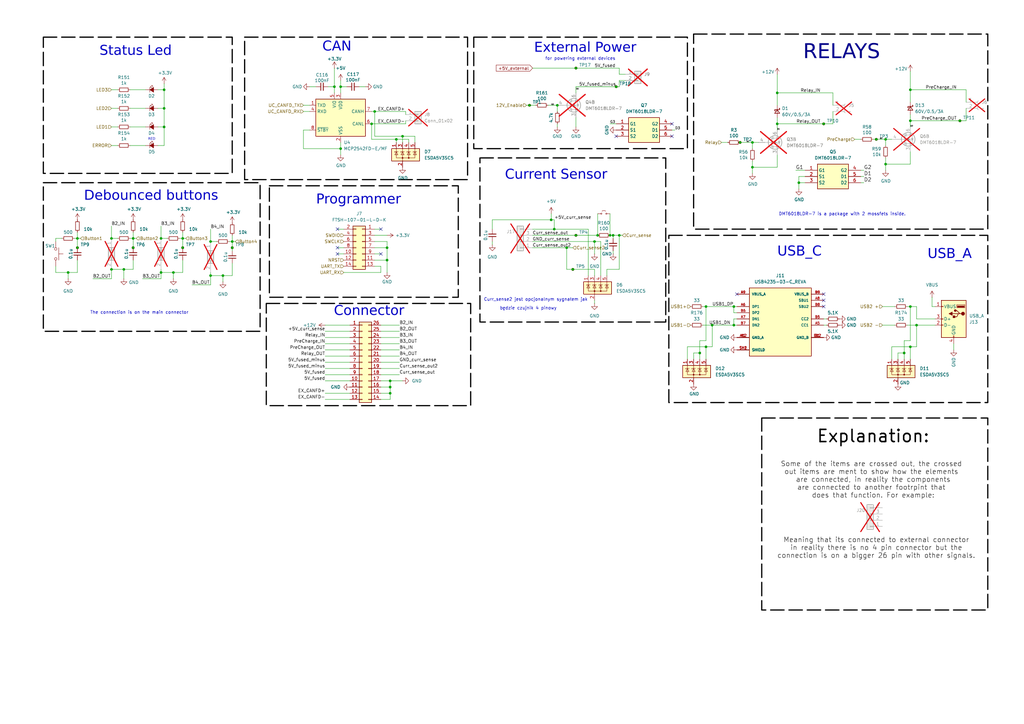
<source format=kicad_sch>
(kicad_sch (version 20250114) (generator "eeschema") (generator_version "9.0")
  (paper "A3")
  (title_block (title "Battery Management System for a high power gokart battery"))
  (rectangle (start 110.49 76.2) (end 187.96 121.92) (stroke (width 0.5) (type dash) (color 0 0 0 1)))
  (rectangle (start 312.42 171.45) (end 405.13 250.19) (stroke (width 0.5) (type dash) (color 0 0 0 1)))
  (rectangle (start 100.33 15.24) (end 191.77 73.66) (stroke (width 0.5) (type dash) (color 0 0 0 1)))
  (rectangle (start 194.31 15.24) (end 281.94 60.96) (stroke (width 0.5) (type dash) (color 0 0 0 1)))
  (rectangle (start 109.22 124.46) (end 193.04 166.37) (stroke (width 0.5) (type dash) (color 0 0 0 1)))
  (rectangle (start 17.78 74.93) (end 106.68 135.89) (stroke (width 0.5) (type dash) (color 0 0 0 1)))
  (rectangle (start 196.85 64.77) (end 273.05 132.08) (stroke (width 0.5) (type dash) (color 0 0 0 1)))
  (rectangle (start 284.48 13.97) (end 405.13 93.98) (stroke (width 0.5) (type dash) (color 0 0 0 1)))
  (rectangle (start 274.32 96.52) (end 405.13 165.1) (stroke (width 0.5) (type dash) (color 0 0 0 1)))
  (rectangle (start 17.78 15.24) (end 95.25 71.12) (stroke (width 0.5) (type dash) (color 0 0 0 1)))
  (text "Some of the items are crossed out, the crossed \nout items are ment to show how the elements \nare connected, in reality the components\nare connected to another footrpint that \ndoes that function. For example:" (at 358.14 196.85 0) (effects (font (size 2 2))))
  (text "będzie czujnik 4 pinowy\n" (at 216.662 126.492 0) (effects (font (size 1.27 1.27))))
  (text "Curr_sense2 jest opcjonalnym sygnałem jak \n" (at 220.218 122.936 0) (effects (font (size 1.27 1.27))))
  (text "Meaning that its connected to external connector\nin reality there is no 4 pin connector but the\nconnection is on a bigger 26 pin with other signals." (at 359.41 224.79 0) (effects (font (size 2 2))))
  (text "USB_A \n" (at 390.398 105.41 0) (effects (font (size 4 4))))
  (text "Connector\n" (at 151.384 128.778 0) (effects (font (size 4 4))))
  (text "DMT6018LDR-7 is a package with 2 mossfets inside.\n" (at 345.44 87.884 0) (effects (font (size 1.27 1.27))))
  (text "for powering external devices " (at 238.506 24.13 0) (effects (font (size 1.27 1.27))))
  (text "The connection is on the main connector" (at 57.15 128.27 0) (effects (font (size 1.27 1.27))))
  (text "External Power\n" (at 240.03 20.828 0) (effects (font (size 4 4))))
  (text "Explanation:" (at 358.14 179.07 0) (effects (font (size 5 5) (thickness 0.625))))
  (text "RELAYS" (at 345.186 23.114 0) (effects (font (size 6 6))))
  (text "Current Sensor\n" (at 228.092 72.898 0) (effects (font (size 4 4))))
  (text "Debounced buttons\n" (at 61.976 81.534 0) (effects (font (size 4 4))))
  (text "Status Led\n" (at 55.626 22.098 0) (effects (font (size 4 4))))
  (text "USB_C\n" (at 327.914 104.394 0) (effects (font (size 4 4))))
  (text "RED" (at 62.23 57.404 0) (effects (font (size 1 1))))
  (text "CAN\n" (at 138.176 20.32 0) (effects (font (size 4 4))))
  (text "Programmer\n" (at 147.066 83.058 0) (effects (font (size 4 4))))
  (junction (at 289.56 125.73))
  (junction (at 292.1 133.35))
  (junction (at 139.7 35.56))
  (junction (at 160.02 161.29))
  (junction (at 245.11 96.52))
  (junction (at 158.75 101.6))
  (junction (at 236.22 27.94))
  (junction (at 74.93 97.79))
  (junction (at 370.84 144.78))
  (junction (at 158.75 106.68))
  (junction (at 160.02 156.21))
  (junction (at 373.38 142.24))
  (junction (at 251.46 96.52))
  (junction (at 45.72 110.49))
  (junction (at 236.22 96.52))
  (junction (at 165.1 55.88))
  (junction (at 160.02 158.75))
  (junction (at 71.12 111.76))
  (junction (at 228.6 43.18))
  (junction (at 287.02 144.78))
  (junction (at 289.56 142.24))
  (junction (at 67.31 52.07))
  (junction (at 152.4 50.8))
  (junction (at 217.17 43.18))
  (junction (at 227.33 93.98))
  (junction (at 91.44 113.03))
  (junction (at 45.72 97.79))
  (junction (at 250.19 96.52))
  (junction (at 327.66 74.93))
  (junction (at 359.41 57.15))
  (junction (at 67.31 36.83))
  (junction (at 375.92 133.35))
  (junction (at 137.16 35.56))
  (junction (at 300.99 125.73))
  (junction (at 162.56 57.15))
  (junction (at 66.04 111.76))
  (junction (at 139.7 60.96))
  (junction (at 373.38 49.53))
  (junction (at 86.36 113.03))
  (junction (at 363.22 67.31))
  (junction (at 86.36 99.06))
  (junction (at 337.82 50.8))
  (junction (at 232.41 101.6))
  (junction (at 66.04 97.79))
  (junction (at 67.31 44.45))
  (junction (at 308.61 68.58))
  (junction (at 318.77 50.8))
  (junction (at 54.61 101.6))
  (junction (at 31.75 101.6))
  (junction (at 74.93 101.6))
  (junction (at 95.25 99.06))
  (junction (at 318.77 38.1))
  (junction (at 31.75 97.79))
  (junction (at 303.53 58.42))
  (junction (at 363.22 57.15))
  (junction (at 50.8 110.49))
  (junction (at 308.61 58.42))
  (junction (at 226.06 90.17))
  (junction (at 254 96.52))
  (junction (at 234.95 110.49))
  (junction (at 54.61 97.79))
  (junction (at 393.7 49.53))
  (junction (at 243.84 99.06))
  (junction (at 27.94 111.76))
  (junction (at 300.99 133.35))
  (junction (at 373.38 36.83))
  (junction (at 373.38 125.73))
  (junction (at 252.73 35.56))
  (junction (at 95.25 101.6))
  (junction (at 153.67 45.72))
  (no_connect (at 138.43 104.14))
  (no_connect (at 138.43 93.98))
  (no_connect (at 138.43 101.6))
  (no_connect (at 275.59 50.8))
  (no_connect (at 302.26 120.65))
  (no_connect (at 337.82 125.73))
  (no_connect (at 156.21 93.98))
  (no_connect (at 275.59 55.88))
  (no_connect (at 337.82 120.65))
  (no_connect (at 252.73 55.88))
  (no_connect (at 337.82 123.19))
  (no_connect (at 156.21 104.14))
  (wire (pts (xy 127 35.56) (xy 129.54 35.56)))
  (wire (pts (xy 74.93 106.68) (xy 74.93 111.76)))
  (wire (pts (xy 133.35 151.13) (xy 143.51 151.13)))
  (wire (pts (xy 45.72 44.45) (xy 48.26 44.45)))
  (wire (pts (xy 373.38 36.83) (xy 396.24 36.83)))
  (wire (pts (xy 93.98 99.06) (xy 95.25 99.06)))
  (wire (pts (xy 350.52 57.15) (xy 353.06 57.15)))
  (wire (pts (xy 254 110.49) (xy 254 96.52)))
  (wire (pts (xy 156.21 138.43) (xy 163.83 138.43)))
  (wire (pts (xy 139.7 58.42) (xy 139.7 60.96)))
  (wire (pts (xy 25.4 97.79) (xy 22.86 97.79)))
  (wire (pts (xy 375.92 133.35) (xy 372.11 133.35)))
  (wire (pts (xy 353.06 69.85) (xy 354.33 69.85)))
  (wire (pts (xy 370.84 139.7) (xy 370.84 144.78)))
  (wire (pts (xy 318.77 50.8) (xy 337.82 50.8)))
  (wire (pts (xy 158.75 96.52) (xy 153.67 96.52)))
  (wire (pts (xy 71.12 111.76) (xy 66.04 111.76)))
  (wire (pts (xy 300.99 133.35) (xy 302.26 133.35)))
  (wire (pts (xy 372.11 125.73) (xy 373.38 125.73)))
  (wire (pts (xy 218.44 93.98) (xy 227.33 93.98)))
  (wire (pts (xy 139.7 60.96) (xy 124.46 60.96)))
  (wire (pts (xy 284.48 147.32) (xy 284.48 144.78)))
  (wire (pts (xy 383.54 125.73) (xy 382.27 125.73)))
  (wire (pts (xy 67.31 36.83) (xy 67.31 44.45)))
  (wire (pts (xy 152.4 57.15) (xy 152.4 50.8)))
  (wire (pts (xy 73.66 97.79) (xy 74.93 97.79)))
  (wire (pts (xy 124.46 60.96) (xy 124.46 53.34)))
  (wire (pts (xy 133.35 133.35) (xy 143.51 133.35)))
  (wire (pts (xy 160.02 161.29) (xy 160.02 158.75)))
  (wire (pts (xy 124.46 53.34) (xy 127 53.34)))
  (wire (pts (xy 66.04 114.3) (xy 66.04 111.76)))
  (wire (pts (xy 142.24 35.56) (xy 139.7 35.56)))
  (wire (pts (xy 243.84 104.14) (xy 243.84 99.06)))
  (wire (pts (xy 234.95 110.49) (xy 232.41 110.49)))
  (wire (pts (xy 373.38 49.53) (xy 373.38 52.07)))
  (wire (pts (xy 160.02 156.21) (xy 160.02 158.75)))
  (wire (pts (xy 250.19 50.8) (xy 252.73 50.8)))
  (wire (pts (xy 365.76 147.32) (xy 365.76 142.24)))
  (wire (pts (xy 308.61 66.04) (xy 308.61 68.58)))
  (wire (pts (xy 139.7 35.56) (xy 139.7 38.1)))
  (wire (pts (xy 133.35 156.21) (xy 143.51 156.21)))
  (wire (pts (xy 170.18 55.88) (xy 165.1 55.88)))
  (wire (pts (xy 373.38 125.73) (xy 375.92 125.73)))
  (wire (pts (xy 133.35 140.97) (xy 143.51 140.97)))
  (wire (pts (xy 289.56 139.7) (xy 289.56 125.73)))
  (wire (pts (xy 300.99 128.27) (xy 300.99 125.73)))
  (wire (pts (xy 373.38 49.53) (xy 393.7 49.53)))
  (wire (pts (xy 243.84 123.19) (xy 243.84 124.46)))
  (wire (pts (xy 289.56 142.24) (xy 289.56 147.32)))
  (wire (pts (xy 243.84 110.49) (xy 234.95 110.49)))
  (wire (pts (xy 137.16 27.94) (xy 137.16 35.56)))
  (wire (pts (xy 254 33.02) (xy 254 35.56)))
  (wire (pts (xy 361.95 133.35) (xy 367.03 133.35)))
  (wire (pts (xy 318.77 50.8) (xy 318.77 53.34)))
  (wire (pts (xy 382.27 125.73) (xy 382.27 121.92)))
  (wire (pts (xy 359.41 57.15) (xy 363.22 57.15)))
  (wire (pts (xy 133.35 148.59) (xy 143.51 148.59)))
  (wire (pts (xy 241.3 113.03) (xy 241.3 93.98)))
  (wire (pts (xy 363.22 57.15) (xy 363.22 59.69)))
  (wire (pts (xy 218.44 101.6) (xy 232.41 101.6)))
  (wire (pts (xy 396.24 44.45) (xy 396.24 49.53)))
  (wire (pts (xy 373.38 36.83) (xy 373.38 41.91)))
  (wire (pts (xy 228.6 52.07) (xy 228.6 50.8)))
  (wire (pts (xy 217.17 43.18) (xy 219.71 43.18)))
  (wire (pts (xy 368.3 147.32) (xy 368.3 144.78)))
  (wire (pts (xy 236.22 48.26) (xy 236.22 52.07)))
  (wire (pts (xy 59.69 59.69) (xy 53.34 59.69)))
  (wire (pts (xy 156.21 135.89) (xy 163.83 135.89)))
  (wire (pts (xy 232.41 110.49) (xy 232.41 101.6)))
  (wire (pts (xy 27.94 111.76) (xy 22.86 111.76)))
  (wire (pts (xy 156.21 151.13) (xy 163.83 151.13)))
  (wire (pts (xy 76.2 97.79) (xy 74.93 97.79)))
  (wire (pts (xy 31.75 95.25) (xy 31.75 97.79)))
  (wire (pts (xy 50.8 110.49) (xy 45.72 110.49)))
  (wire (pts (xy 160.02 163.83) (xy 160.02 161.29)))
  (wire (pts (xy 156.21 143.51) (xy 163.83 143.51)))
  (wire (pts (xy 95.25 96.52) (xy 95.25 99.06)))
  (wire (pts (xy 256.54 33.02) (xy 254 33.02)))
  (wire (pts (xy 31.75 97.79) (xy 31.75 101.6)))
  (wire (pts (xy 243.84 99.06) (xy 246.38 99.06)))
  (wire (pts (xy 55.88 97.79) (xy 54.61 97.79)))
  (wire (pts (xy 281.94 142.24) (xy 289.56 142.24)))
  (wire (pts (xy 22.86 111.76) (xy 22.86 109.22)))
  (wire (pts (xy 373.38 62.23) (xy 373.38 67.31)))
  (wire (pts (xy 133.35 138.43) (xy 143.51 138.43)))
  (wire (pts (xy 156.21 133.35) (xy 163.83 133.35)))
  (wire (pts (xy 361.95 125.73) (xy 367.03 125.73)))
  (wire (pts (xy 133.35 153.67) (xy 143.51 153.67)))
  (wire (pts (xy 375.92 125.73) (xy 375.92 130.81)))
  (wire (pts (xy 95.25 107.95) (xy 95.25 113.03)))
  (wire (pts (xy 248.92 110.49) (xy 254 110.49)))
  (wire (pts (xy 140.97 101.6) (xy 138.43 101.6)))
  (wire (pts (xy 45.72 114.3) (xy 45.72 110.49)))
  (wire (pts (xy 391.16 140.97) (xy 391.16 143.51)))
  (wire (pts (xy 133.35 135.89) (xy 143.51 135.89)))
  (wire (pts (xy 300.99 125.73) (xy 302.26 125.73)))
  (wire (pts (xy 140.97 93.98) (xy 138.43 93.98)))
  (wire (pts (xy 327.66 77.47) (xy 327.66 74.93)))
  (wire (pts (xy 339.09 133.35) (xy 337.82 133.35)))
  (wire (pts (xy 254 30.48) (xy 254 27.94)))
  (wire (pts (xy 251.46 102.87) (xy 251.46 104.14)))
  (wire (pts (xy 45.72 97.79) (xy 48.26 97.79)))
  (wire (pts (xy 165.1 58.42) (xy 165.1 55.88)))
  (wire (pts (xy 86.36 93.98) (xy 86.36 99.06)))
  (wire (pts (xy 166.37 49.53) (xy 166.37 50.8)))
  (wire (pts (xy 156.21 140.97) (xy 163.83 140.97)))
  (wire (pts (xy 246.38 113.03) (xy 246.38 99.06)))
  (wire (pts (xy 156.21 161.29) (xy 160.02 161.29)))
  (wire (pts (xy 303.53 58.42) (xy 308.61 58.42)))
  (wire (pts (xy 224.79 43.18) (xy 228.6 43.18)))
  (wire (pts (xy 250.19 87.63) (xy 250.19 96.52)))
  (wire (pts (xy 236.22 35.56) (xy 236.22 38.1)))
  (wire (pts (xy 22.86 97.79) (xy 22.86 99.06)))
  (wire (pts (xy 370.84 139.7) (xy 373.38 139.7)))
  (wire (pts (xy 156.21 111.76) (xy 156.21 109.22)))
  (wire (pts (xy 53.34 97.79) (xy 54.61 97.79)))
  (wire (pts (xy 59.69 52.07) (xy 53.34 52.07)))
  (wire (pts (xy 124.46 45.72) (xy 127 45.72)))
  (wire (pts (xy 127 43.18) (xy 124.46 43.18)))
  (wire (pts (xy 95.25 113.03) (xy 91.44 113.03)))
  (wire (pts (xy 353.06 74.93) (xy 354.33 74.93)))
  (wire (pts (xy 45.72 59.69) (xy 48.26 59.69)))
  (wire (pts (xy 289.56 125.73) (xy 300.99 125.73)))
  (wire (pts (xy 134.62 35.56) (xy 137.16 35.56)))
  (wire (pts (xy 396.24 41.91) (xy 396.24 36.83)))
  (wire (pts (xy 201.93 99.06) (xy 201.93 100.33)))
  (wire (pts (xy 153.67 101.6) (xy 158.75 101.6)))
  (wire (pts (xy 365.76 142.24) (xy 373.38 142.24)))
  (wire (pts (xy 64.77 52.07) (xy 67.31 52.07)))
  (wire (pts (xy 31.75 106.68) (xy 31.75 111.76)))
  (wire (pts (xy 226.06 87.63) (xy 226.06 90.17)))
  (wire (pts (xy 45.72 36.83) (xy 48.26 36.83)))
  (wire (pts (xy 215.9 43.18) (xy 217.17 43.18)))
  (wire (pts (xy 166.37 45.72) (xy 166.37 46.99)))
  (wire (pts (xy 170.18 58.42) (xy 170.18 55.88)))
  (wire (pts (xy 133.35 146.05) (xy 143.51 146.05)))
  (wire (pts (xy 373.38 142.24) (xy 373.38 147.32)))
  (wire (pts (xy 33.02 97.79) (xy 31.75 97.79)))
  (wire (pts (xy 160.02 156.21) (xy 165.1 156.21)))
  (wire (pts (xy 139.7 33.02) (xy 139.7 35.56)))
  (wire (pts (xy 218.44 96.52) (xy 236.22 96.52)))
  (wire (pts (xy 308.61 68.58) (xy 318.77 68.58)))
  (wire (pts (xy 156.21 146.05) (xy 163.83 146.05)))
  (wire (pts (xy 226.06 90.17) (xy 227.33 90.17)))
  (wire (pts (xy 318.77 30.48) (xy 318.77 38.1)))
  (wire (pts (xy 201.93 90.17) (xy 201.93 93.98)))
  (wire (pts (xy 308.61 58.42) (xy 308.61 60.96)))
  (wire (pts (xy 162.56 58.42) (xy 162.56 57.15)))
  (wire (pts (xy 308.61 58.42) (xy 311.15 58.42)))
  (wire (pts (xy 156.21 104.14) (xy 153.67 104.14)))
  (wire (pts (xy 318.77 63.5) (xy 318.77 68.58)))
  (wire (pts (xy 66.04 92.71) (xy 66.04 97.79)))
  (wire (pts (xy 300.99 130.81) (xy 302.26 130.81)))
  (wire (pts (xy 227.33 93.98) (xy 227.33 90.17)))
  (wire (pts (xy 140.97 104.14) (xy 138.43 104.14)))
  (wire (pts (xy 236.22 96.52) (xy 245.11 96.52)))
  (wire (pts (xy 295.91 58.42) (xy 298.45 58.42)))
  (wire (pts (xy 140.97 111.76) (xy 156.21 111.76)))
  (wire (pts (xy 363.22 57.15) (xy 365.76 57.15)))
  (wire (pts (xy 300.99 128.27) (xy 302.26 128.27)))
  (wire (pts (xy 147.32 35.56) (xy 149.86 35.56)))
  (wire (pts (xy 375.92 130.81) (xy 383.54 130.81)))
  (wire (pts (xy 67.31 44.45) (xy 67.31 52.07)))
  (wire (pts (xy 218.44 99.06) (xy 243.84 99.06)))
  (wire (pts (xy 158.75 99.06) (xy 158.75 101.6)))
  (wire (pts (xy 373.38 142.24) (xy 375.92 142.24)))
  (wire (pts (xy 248.92 113.03) (xy 248.92 110.49)))
  (wire (pts (xy 71.12 114.3) (xy 71.12 111.76)))
  (wire (pts (xy 152.4 45.72) (xy 153.67 45.72)))
  (wire (pts (xy 96.52 99.06) (xy 95.25 99.06)))
  (wire (pts (xy 158.75 106.68) (xy 158.75 111.76)))
  (wire (pts (xy 363.22 67.31) (xy 373.38 67.31)))
  (wire (pts (xy 30.48 97.79) (xy 31.75 97.79)))
  (wire (pts (xy 64.77 36.83) (xy 67.31 36.83)))
  (wire (pts (xy 337.82 50.8) (xy 341.63 50.8)))
  (wire (pts (xy 78.74 116.84) (xy 86.36 116.84)))
  (wire (pts (xy 68.58 97.79) (xy 66.04 97.79)))
  (wire (pts (xy 67.31 52.07) (xy 67.31 59.69)))
  (wire (pts (xy 95.25 99.06) (xy 95.25 101.6)))
  (wire (pts (xy 58.42 114.3) (xy 66.04 114.3)))
  (wire (pts (xy 152.4 50.8) (xy 166.37 50.8)))
  (wire (pts (xy 287.02 144.78) (xy 287.02 147.32)))
  (wire (pts (xy 133.35 161.29) (xy 143.51 161.29)))
  (wire (pts (xy 227.33 93.98) (xy 241.3 93.98)))
  (wire (pts (xy 326.39 69.85) (xy 330.2 69.85)))
  (wire (pts (xy 86.36 116.84) (xy 86.36 113.03)))
  (wire (pts (xy 289.56 142.24) (xy 292.1 142.24)))
  (wire (pts (xy 370.84 144.78) (xy 370.84 147.32)))
  (wire (pts (xy 91.44 115.57) (xy 91.44 113.03)))
  (wire (pts (xy 288.29 125.73) (xy 289.56 125.73)))
  (wire (pts (xy 251.46 96.52) (xy 254 96.52)))
  (wire (pts (xy 54.61 106.68) (xy 54.61 110.49)))
  (wire (pts (xy 167.64 57.15) (xy 162.56 57.15)))
  (wire (pts (xy 339.09 130.81) (xy 337.82 130.81)))
  (wire (pts (xy 156.21 158.75) (xy 160.02 158.75)))
  (wire (pts (xy 45.72 52.07) (xy 48.26 52.07)))
  (wire (pts (xy 363.22 67.31) (xy 363.22 69.85)))
  (wire (pts (xy 252.73 35.56) (xy 254 35.56)))
  (wire (pts (xy 393.7 49.53) (xy 396.24 49.53)))
  (wire (pts (xy 218.44 27.94) (xy 236.22 27.94)))
  (wire (pts (xy 95.25 101.6) (xy 95.25 102.87)))
  (wire (pts (xy 64.77 59.69) (xy 67.31 59.69)))
  (wire (pts (xy 156.21 153.67) (xy 163.83 153.67)))
  (wire (pts (xy 228.6 43.18) (xy 228.6 45.72)))
  (wire (pts (xy 153.67 106.68) (xy 158.75 106.68)))
  (wire (pts (xy 156.21 163.83) (xy 160.02 163.83)))
  (wire (pts (xy 133.35 143.51) (xy 143.51 143.51)))
  (wire (pts (xy 245.11 87.63) (xy 245.11 96.52)))
  (wire (pts (xy 74.93 111.76) (xy 71.12 111.76)))
  (wire (pts (xy 288.29 133.35) (xy 292.1 133.35)))
  (wire (pts (xy 74.93 95.25) (xy 74.93 97.79)))
  (wire (pts (xy 284.48 144.78) (xy 287.02 144.78)))
  (wire (pts (xy 232.41 101.6) (xy 234.95 101.6)))
  (wire (pts (xy 275.59 53.34) (xy 276.86 53.34)))
  (wire (pts (xy 251.46 96.52) (xy 250.19 96.52)))
  (wire (pts (xy 54.61 97.79) (xy 54.61 101.6)))
  (wire (pts (xy 66.04 110.49) (xy 66.04 111.76)))
  (wire (pts (xy 153.67 45.72) (xy 166.37 45.72)))
  (wire (pts (xy 27.94 114.3) (xy 27.94 111.76)))
  (wire (pts (xy 368.3 144.78) (xy 370.84 144.78)))
  (wire (pts (xy 133.35 163.83) (xy 143.51 163.83)))
  (wire (pts (xy 287.02 139.7) (xy 287.02 144.78)))
  (wire (pts (xy 153.67 55.88) (xy 153.67 45.72)))
  (wire (pts (xy 74.93 97.79) (xy 74.93 101.6)))
  (wire (pts (xy 156.21 148.59) (xy 163.83 148.59)))
  (wire (pts (xy 327.66 74.93) (xy 327.66 72.39)))
  (wire (pts (xy 165.1 55.88) (xy 153.67 55.88)))
  (wire (pts (xy 86.36 111.76) (xy 86.36 113.03)))
  (wire (pts (xy 358.14 57.15) (xy 359.41 57.15)))
  (wire (pts (xy 330.2 74.93) (xy 327.66 74.93)))
  (wire (pts (xy 341.63 45.72) (xy 341.63 50.8)))
  (wire (pts (xy 243.84 110.49) (xy 243.84 113.03)))
  (wire (pts (xy 54.61 110.49) (xy 50.8 110.49)))
  (wire (pts (xy 281.94 147.32) (xy 281.94 142.24)))
  (wire (pts (xy 67.31 34.29) (xy 67.31 36.83)))
  (wire (pts (xy 373.38 29.21) (xy 373.38 36.83)))
  (wire (pts (xy 373.38 46.99) (xy 373.38 49.53)))
  (wire (pts (xy 31.75 111.76) (xy 27.94 111.76)))
  (wire (pts (xy 308.61 68.58) (xy 308.61 71.12)))
  (wire (pts (xy 38.1 114.3) (xy 45.72 114.3)))
  (wire (pts (xy 45.72 92.71) (xy 45.72 97.79)))
  (wire (pts (xy 158.75 101.6) (xy 158.75 106.68)))
  (wire (pts (xy 162.56 57.15) (xy 152.4 57.15)))
  (wire (pts (xy 236.22 35.56) (xy 252.73 35.56)))
  (wire (pts (xy 375.92 133.35) (xy 375.92 142.24)))
  (wire (pts (xy 139.7 60.96) (xy 139.7 63.5)))
  (wire (pts (xy 153.67 99.06) (xy 158.75 99.06)))
  (wire (pts (xy 341.63 43.18) (xy 341.63 38.1)))
  (wire (pts (xy 318.77 38.1) (xy 318.77 43.18)))
  (wire (pts (xy 201.93 90.17) (xy 226.06 90.17)))
  (wire (pts (xy 156.21 156.21) (xy 160.02 156.21)))
  (wire (pts (xy 353.06 72.39) (xy 354.33 72.39)))
  (wire (pts (xy 375.92 133.35) (xy 383.54 133.35)))
  (wire (pts (xy 318.77 38.1) (xy 341.63 38.1)))
  (wire (pts (xy 88.9 99.06) (xy 86.36 99.06)))
  (wire (pts (xy 327.66 72.39) (xy 330.2 72.39)))
  (wire (pts (xy 373.38 139.7) (xy 373.38 125.73)))
  (wire (pts (xy 287.02 139.7) (xy 289.56 139.7)))
  (wire (pts (xy 53.34 36.83) (xy 59.69 36.83)))
  (wire (pts (xy 300.99 130.81) (xy 300.99 133.35)))
  (wire (pts (xy 251.46 97.79) (xy 251.46 96.52)))
  (wire (pts (xy 167.64 58.42) (xy 167.64 57.15)))
  (wire (pts (xy 54.61 95.25) (xy 54.61 97.79)))
  (wire (pts (xy 256.54 30.48) (xy 254 30.48)))
  (wire (pts (xy 292.1 142.24) (xy 292.1 133.35)))
  (wire (pts (xy 363.22 64.77) (xy 363.22 67.31)))
  (wire (pts (xy 50.8 110.49) (xy 50.8 114.3)))
  (wire (pts (xy 318.77 48.26) (xy 318.77 50.8)))
  (wire (pts (xy 64.77 44.45) (xy 67.31 44.45)))
  (wire (pts (xy 137.16 35.56) (xy 137.16 38.1)))
  (wire (pts (xy 156.21 93.98) (xy 153.67 93.98)))
  (wire (pts (xy 292.1 133.35) (xy 300.99 133.35)))
  (wire (pts (xy 91.44 113.03) (xy 86.36 113.03)))
  (wire (pts (xy 156.21 109.22) (xy 153.67 109.22)))
  (wire (pts (xy 59.69 44.45) (xy 53.34 44.45)))
  (wire (pts (xy 236.22 27.94) (xy 254 27.94)))
  (wire (pts (xy 254 96.52) (xy 255.27 96.52)))
  (label "D1" (at 354.33 72.39 0) (effects (font (size 1.5 1.5))))
  (label "USB1_DN" (at 290.83 133.35 0))
  (label "PreCharge_IN" (at 133.35 140.97 180))
  (label "D2" (at 354.33 74.93 0) (effects (font (size 1.5 1.5))))
  (label "Relay_IN" (at 133.35 138.43 180))
  (label "B2_IN" (at 45.72 92.71 0))
  (label "PreCharge_OUT" (at 133.35 143.51 180))
  (label "B4_OUT" (at 163.83 146.05 0))
  (label "5V_fused" (at 133.35 153.67 180))
  (label "G2" (at 354.33 69.85 0) (effects (font (size 1.5 1.5))))
  (label "Curr_sense_out2" (at 218.44 101.6 0))
  (label "PreCharge_OUT" (at 392.43 49.53 180))
  (label "5V_fused" (at 133.35 156.21 180))
  (label "G2" (at 361.95 57.15 180) (effects (font (size 0.508 0.508))))
  (label "D2" (at 373.38 52.07 0) (effects (font (size 0.5 0.5))))
  (label "5V_fused_minus" (at 237.49 35.56 0))
  (label "B4_OUT" (at 78.74 116.84 0))
  (label "Curr_sense_out" (at 218.44 96.52 0))
  (label "Curr_sense_out" (at 163.83 153.67 0))
  (label "+5V_curr_sense" (at 227.33 90.17 0))
  (label "G1" (at 307.34 58.42 180) (effects (font (size 0.508 0.508))))
  (label "USB1_DP" (at 292.1 125.73 0))
  (label "G3" (at 226.06 43.18 0) (effects (font (size 0.5 0.5))))
  (label "EX_CANFD+" (at 154.94 45.72 0))
  (label "B2_OUT" (at 163.83 135.89 0))
  (label "5V_fused" (at 243.84 27.94 0))
  (label "EX_CANFD-" (at 133.35 163.83 180))
  (label "B2_IN" (at 163.83 133.35 0))
  (label "B3_OUT" (at 163.83 140.97 0))
  (label "Relay_OUT" (at 133.35 146.05 180))
  (label "B2_OUT" (at 38.1 114.3 0))
  (label "GND_curr_sense" (at 218.44 99.06 0))
  (label "D3" (at 236.22 36.83 0) (effects (font (size 0.5 0.5))))
  (label "+5V_curr_sense" (at 133.35 135.89 180))
  (label "B3_IN" (at 66.04 92.71 0))
  (label "EX_CANFD-" (at 154.94 50.8 0))
  (label "D1" (at 318.77 53.34 0) (effects (font (size 0.5 0.5))))
  (label "Curr_sense_out2" (at 163.83 151.13 0))
  (label "Relay_IN" (at 336.55 38.1 180))
  (label "G3" (at 250.19 50.8 0) (effects (font (size 1 1))))
  (label "GND_curr_sense" (at 163.83 148.59 0))
  (label "B4_IN" (at 163.83 143.51 0))
  (label "PreCharge_IN" (at 392.43 36.83 180))
  (label "B3_IN" (at 163.83 138.43 0))
  (label "5V_fused_minus" (at 133.35 151.13 180))
  (label "B3_OUT" (at 58.42 114.3 0))
  (label "EX_CANFD+" (at 133.35 161.29 180))
  (label "B4_IN" (at 86.36 93.98 0))
  (label "Relay_OUT" (at 336.55 50.8 180))
  (label "G1" (at 326.39 69.85 0) (effects (font (size 1.5 1.5))))
  (label "5V_fused_minus" (at 133.35 148.59 180))
  (label "D3" (at 276.86 53.34 0) (effects (font (size 1 1))))
  (global_label "+5V_external" (shape input) (at 218.44 27.94 180) (property "Intersheetrefs" "${INTERSHEET_REFS}" (effects (hide yes))))
  (hierarchical_label "Button1" (shape input) (at 33.02 97.79 0))
  (hierarchical_label "UART_RX" (shape input) (at 140.97 111.76 180))
  (hierarchical_label "Button3" (shape input) (at 76.2 97.79 0))
  (hierarchical_label "LED1" (shape input) (at 45.72 52.07 180))
  (hierarchical_label "LED2" (shape input) (at 45.72 44.45 180))
  (hierarchical_label "SWDIO" (shape input) (at 140.97 96.52 180))
  (hierarchical_label "SWCLK" (shape input) (at 140.97 99.06 180))
  (hierarchical_label "USB1-" (shape input) (at 283.21 133.35 180))
  (hierarchical_label "Relay" (shape input) (at 295.91 58.42 180))
  (hierarchical_label "12V_Enable" (shape input) (at 215.9 43.18 180))
  (hierarchical_label "UC_CANFD_RX" (shape input) (at 124.46 45.72 180))
  (hierarchical_label "UC_CANFD_TX" (shape input) (at 124.46 43.18 180))
  (hierarchical_label "Button2" (shape input) (at 55.88 97.79 0))
  (hierarchical_label "ERROR" (shape input) (at 45.72 59.69 180))
  (hierarchical_label "NRST" (shape input) (at 140.97 106.68 180))
  (hierarchical_label "Curr_sense2" (shape input) (at 234.95 101.6 0))
  (hierarchical_label "Button4" (shape input) (at 96.52 99.06 0))
  (hierarchical_label "USB2 -" (shape input) (at 361.95 133.35 180))
  (hierarchical_label "PreCharge" (shape input) (at 350.52 57.15 180))
  (hierarchical_label "LED3" (shape input) (at 45.72 36.83 180))
  (hierarchical_label "UART_TX" (shape input) (at 140.97 109.22 180))
  (hierarchical_label "Curr_sense" (shape input) (at 255.27 96.52 0))
  (hierarchical_label "USB2 +" (shape input) (at 361.95 125.73 180))
  (hierarchical_label "USB1+" (shape input) (at 283.21 125.73 180))
  (symbol (lib_name "GND_7") (lib_id "power:GND") (at 139.7 63.5 0) (unit 1)
    (property "Reference" "#PWR0112" (effects (hide yes)))
    (property "Value" "GND" (at 139.827 67.8942 0))
  )
  (symbol (lib_id "power:GND") (at 243.84 104.14 0) (unit 1)
    (property "Reference" "#PWR0109" (effects (hide yes)))
    (property "Value" "GND" (at 243.84 109.22 0))
    (property "Description" "Power symbol creates a global label with name \"GND\" , ground" (effects (hide yes)))
  )
  (symbol (lib_name "Conn_01x02_2") (lib_id "Connector_Generic:Conn_01x02") (at 86.36 104.14 0) (unit 1) (in_bom no) (on_board no) (dnp yes)
    (property "Reference" "J4" (effects (hide yes)))
    (property "Value" "Conn_01x02" (effects (hide yes)))
    (property "Description" "Generic connector, single row, 01x02, script generated (kicad-library-utils/schlib/autogen/connector/)" (effects (hide yes)))
  )
  (symbol (lib_id "Connector:TestPoint_Small") (at 31.75 101.6 0) (unit 1)
    (property "Reference" "TP9" (at 33.02 100.3299 0) (effects (justify left)))
    (property "Value" "TestPoint_Small" (effects (hide yes)))
    (property "Footprint" "TestPoint:TestPoint_Pad_D1.0mm" (effects (hide yes)))
    (property "Description" "test point" (effects (hide yes)))
  )
  (symbol (lib_name "GND_2") (lib_id "power:GND") (at 327.66 77.47 0) (unit 1)
    (property "Reference" "#PWR031" (effects (hide yes)))
    (property "Value" "GND" (at 327.787 81.8642 0))
  )
  (symbol (lib_id "Device:R_Small") (at 50.8 44.45 90) (mirror x) (unit 1)
    (property "Reference" "R152" (at 50.8 39.37 90))
    (property "Value" "1k" (at 50.8 41.6814 90))
    (property "Footprint" "Resistor_SMD:R_0603_1608Metric_Pad0.98x0.95mm_HandSolder" (effects (hide yes)))
    (property "Datasheet" "https://www.mouser.pl/ProductDetail/Vishay-Dale/CRCW06031K00FKED?qs=sGAEpiMZZMvdGkrng054twKDKoBh%252BscnXZq73fPCFFuOJhiFMQpfiQ%3D%3D" (effects (hide yes)))
    (property "Manufacturer_Name" "--" (effects (hide yes)))
    (property "Manufacturer_Part_Number" "--" (effects (hide yes)))
    (property "Mouser Part Number" "--" (effects (hide yes)))
  )
  (symbol (lib_id "Device:R_Small") (at 285.75 125.73 90) (mirror x) (unit 1)
    (property "Reference" "R175" (effects (hide yes)))
    (property "Value" "33" (at 285.75 123.19 90))
    (property "Footprint" "Resistor_SMD:R_0603_1608Metric" (effects (hide yes)))
    (property "Datasheet" "https://www.mouser.pl/ProductDetail/ROHM-Semiconductor/SFR03EZPJ330?qs=sGAEpiMZZMvdGkrng054t7z4BkURc4Lzjs7BJ2Y0jyXHdhQ8owrgaw%3D%3D" (effects (hide yes)))
    (property "Manufacturer_Name" "--" (effects (hide yes)))
    (property "Manufacturer_Part_Number" "--" (effects (hide yes)))
    (property "Mouser Part Number" "71-CRCW060333R0FKEC" (effects (hide yes)))
  )
  (symbol (lib_id "DMT6018LDR-7:DMT6018LDR-7") (at 252.73 50.8 0) (unit 1)
    (property "Reference" "Q7" (at 264.16 43.18 0))
    (property "Value" "DMT6018LDR-7" (at 264.16 45.72 0))
    (property "Footprint" "DMT6018LDR7" (effects (hide yes)))
    (property "Datasheet" "https://www.diodes.com/assets/Datasheets/DMT6018LDR.pdf" (effects (hide yes)))
    (property "Description" "DIODES INC. - DMT6018LDR-7 - Dual MOSFET, N Channel, 60 V, 60 V, 8.8 A, 8.8 A, 0.013 ohm" (effects (hide yes)))
    (property "Height" "0.85" (effects (hide yes)))
    (property "Mouser Part Number" "621-DMT6018LDR-7" (effects (hide yes)))
    (property "Mouser Price/Stock" "https://www.mouser.co.uk/ProductDetail/Diodes-Incorporated/DMT6018LDR-7?qs=4EhzHfbM1GhfDx1FS0oSLQ%3D%3D" (effects (hide yes)))
    (property "Manufacturer_Name" "Diodes Incorporated" (effects (hide yes)))
    (property "Manufacturer_Part_Number" "DMT6018LDR-7" (effects (hide yes)))
  )
  (symbol (lib_id "Device:C_Small") (at 132.08 35.56 90) (unit 1)
    (property "Reference" "C116" (at 132.08 30.7086 90))
    (property "Value" "100nF" (at 132.08 33.02 90))
    (property "Footprint" "Capacitor_SMD:C_0603_1608Metric_Pad1.08x0.95mm_HandSolder" (effects (hide yes)))
    (property "Manufacturer_Name" "--" (effects (hide yes)))
    (property "Manufacturer_Part_Number" "--" (effects (hide yes)))
    (property "Mouser Price/Stock" "https://www.mouser.pl/ProductDetail/KEMET/C0603C104J3RACTU?qs=EHsFn6hSx4W0Oy0I8JUofQ%3D%3D" (effects (hide yes)))
    (property "Mouser Part Number" "--" (effects (hide yes)))
  )
  (symbol (lib_id "Samacsys_kicad_sym:DMT6018LDR-7") (at 373.38 57.15 0) (unit 2) (exclude_from_sim yes) (in_bom no) (on_board no) (dnp yes)
    (property "Reference" "Q6" (at 377.19 55.8799 0) (effects (justify left)))
    (property "Value" "DMT6018LDR-7" (at 377.19 58.4199 0) (effects (justify left)))
    (property "Footprint" "Samacsys:DMT6018LDR7" (effects (hide yes)))
    (property "Datasheet" "https://www.diodes.com/assets/Datasheets/DMT6018LDR.pdf" (effects (hide yes)))
    (property "Description" "DIODES INC. - DMT6018LDR-7 - Dual MOSFET, N Channel, 60 V, 60 V, 8.8 A, 8.8 A, 0.013 ohm" (effects (hide yes)))
    (property "Height" "0.85" (effects (hide yes)))
    (property "Mouser Part Number" "621-DMT6018LDR-7" (effects (hide yes)))
    (property "Mouser Price/Stock" "https://www.mouser.co.uk/ProductDetail/Diodes-Incorporated/DMT6018LDR-7?qs=4EhzHfbM1GhfDx1FS0oSLQ%3D%3D" (effects (hide yes)))
    (property "Manufacturer_Name" "Diodes Incorporated" (effects (hide yes)))
    (property "Manufacturer_Part_Number" "DMT6018LDR-7" (effects (hide yes)))
  )
  (symbol (lib_id "Connector:TestPoint_Small") (at 359.41 57.15 0) (unit 1)
    (property "Reference" "TP3" (at 360.68 55.8799 0) (effects (justify left)))
    (property "Value" "TestPoint_Small" (effects (hide yes)))
    (property "Footprint" "TestPoint:TestPoint_Pad_D1.0mm" (effects (hide yes)))
    (property "Description" "test point" (effects (hide yes)))
  )
  (symbol (lib_id "Connector_Generic:Conn_01x02") (at 261.62 30.48 0) (unit 1) (in_bom no) (on_board no) (dnp yes)
    (property "Reference" "J9" (at 264.16 30.4799 0) (effects (justify left)))
    (property "Value" "Conn_01x02" (effects (hide yes)))
    (property "Footprint" "footrpint:HARWIN_M55-3100242R" (effects (hide yes)))
    (property "Datasheet" "https://www.harwin.com/products/M55-3100242R" (effects (hide yes)))
    (property "Description" "Generic connector, single row, 01x02, script generated (kicad-library-utils/schlib/autogen/connector/)" (effects (hide yes)))
  )
  (symbol (lib_id "Connector_Generic:Conn_01x04") (at 213.36 99.06 180) (unit 1) (in_bom no) (on_board no) (dnp yes)
    (property "Reference" "J17" (at 209.55 94.996 0))
    (property "Value" "Conn_01x04" (effects (hide yes)))
    (property "Footprint" "footrpint:HARWIN_M80-5100442" (effects (hide yes)))
    (property "Description" "Generic connector, single row, 01x04, script generated (kicad-library-utils/schlib/autogen/connector/)" (effects (hide yes)))
  )
  (symbol (lib_id "Power_Protection:ESDA5V3SC5") (at 284.48 152.4 0) (unit 1)
    (property "Reference" "D12" (at 293.37 151.1299 0) (effects (justify left)))
    (property "Value" "ESDA5V3SC5" (at 293.37 153.6699 0) (effects (justify left)))
    (property "Footprint" "Package_TO_SOT_SMD:SOT-23-5" (effects (hide yes)))
    (property "Datasheet" "https://www.st.com/resource/en/datasheet/esda5v3sc6.pdf" (effects (hide yes)))
    (property "Description" "Quad TVS Diode Array, 5.3V Standoff, 4 Channels, 400W, ±30kV, SOT-23-5" (effects (hide yes)))
  )
  (symbol (lib_id "Device:C_Small") (at 54.61 104.14 180) (unit 1)
    (property "Reference" "C111" (effects (hide yes)))
    (property "Value" "0.1u" (at 51.8414 104.14 90))
    (property "Footprint" "Capacitor_SMD:C_0603_1608Metric_Pad1.08x0.95mm_HandSolder" (effects (hide yes)))
    (property "Datasheet" "https://www.mouser.pl/ProductDetail/TAIYO-YUDEN/MAJCU168BB7104KTEA01?qs=ZcfC38r4PovJ4zMRJqa98Q%3D%3D" (effects (hide yes)))
    (property "Manufacturer_Name" "--" (effects (hide yes)))
    (property "Manufacturer_Part_Number" "--" (effects (hide yes)))
    (property "Mouser Price/Stock" "https://www.mouser.pl/ProductDetail/KEMET/C0603C104J3RACTU?qs=EHsFn6hSx4W0Oy0I8JUofQ%3D%3D" (effects (hide yes)))
    (property "Mouser Part Number" "--" (effects (hide yes)))
  )
  (symbol (lib_name "GND_28") (lib_id "power:GND") (at 302.26 138.43 270) (mirror x) (unit 1)
    (property "Reference" "#PWR0156" (effects (hide yes)))
    (property "Value" "GND" (at 297.18 138.43 90))
  )
  (symbol (lib_id "Device:LED_Small_ALT") (at 62.23 36.83 0) (unit 1)
    (property "Reference" "D2" (at 63.5 39.37 0) (effects (justify right)))
    (property "Value" "LED" (effects (hide yes)))
    (property "Footprint" "LED_SMD:LED_0603_1608Metric" (effects (hide yes)))
    (property "Datasheet" "https://www.mouser.pl/ProductDetail/Broadcom-Avago/HSME-C130?qs=n4g2KH%252BlcmRcXdPfdNwETQ%3D%3D" (effects (hide yes)))
    (property "Manufacturer_Name" "--" (effects (hide yes)))
    (property "Manufacturer_Part_Number" "--" (effects (hide yes)))
    (property "Mouser Part Number" "--" (effects (hide yes)))
  )
  (symbol (lib_id "Device:C_Small") (at 251.46 100.33 180) (unit 1)
    (property "Reference" "C118" (effects (hide yes)))
    (property "Value" "0.1u" (at 248.6914 100.33 90))
    (property "Footprint" "Capacitor_SMD:C_0603_1608Metric_Pad1.08x0.95mm_HandSolder" (effects (hide yes)))
    (property "Datasheet" "https://www.mouser.pl/ProductDetail/TAIYO-YUDEN/MAJCU168BB7104KTEA01?qs=ZcfC38r4PovJ4zMRJqa98Q%3D%3D" (effects (hide yes)))
    (property "Manufacturer_Name" "--" (effects (hide yes)))
    (property "Manufacturer_Part_Number" "--" (effects (hide yes)))
    (property "Mouser Price/Stock" "https://www.mouser.pl/ProductDetail/KEMET/C0603C104J3RACTU?qs=EHsFn6hSx4W0Oy0I8JUofQ%3D%3D" (effects (hide yes)))
    (property "Mouser Part Number" "--" (effects (hide yes)))
  )
  (symbol (lib_id "Device:R_Small") (at 50.8 97.79 90) (unit 1)
    (property "Reference" "R149" (effects (hide yes)))
    (property "Value" "500" (at 50.8 95.25 90))
    (property "Footprint" "Resistor_SMD:R_0603_1608Metric_Pad0.98x0.95mm_HandSolder" (effects (hide yes)))
    (property "Datasheet" "https://www.mouser.pl/ProductDetail/YAGEO/RT0603BRC07500RL?qs=sGAEpiMZZMvdGkrng054t7z4BkURc4Lz3BPkDqlmdkpoMEE6N%2FFiLA%3D%3D" (effects (hide yes)))
    (property "Description" "Resistor, small symbol" (effects (hide yes)))
  )
  (symbol (lib_id "power:GND") (at 251.46 104.14 0) (unit 1)
    (property "Reference" "#PWR0117" (effects (hide yes)))
    (property "Value" "GND" (at 248.92 104.14 0))
    (property "Description" "Power symbol creates a global label with name \"GND\" , ground" (effects (hide yes)))
  )
  (symbol (lib_id "Device:D_Schottky_Small") (at 318.77 45.72 270) (unit 1)
    (property "Reference" "D1" (at 320.675 44.4499 90) (effects (justify left)))
    (property "Value" "60V/0.5/3A" (at 320.675 46.9899 90) (effects (justify left)))
    (property "Footprint" "Diode_SMD:D_SOD-123" (effects (hide yes)))
    (property "Mouser Part Number" "637-SKL36" (effects (hide yes)))
  )
  (symbol (lib_id "power:GND") (at 165.1 156.21 90) (unit 1)
    (property "Reference" "#PWR032" (effects (hide yes)))
    (property "Value" "GND" (at 168.91 156.2099 90) (effects (justify right)))
    (property "Description" "Power symbol creates a global label with name \"GND\" , ground" (effects (hide yes)))
  )
  (symbol (lib_id "Samacsys_kicad_sym:FTSH-107-01-L-D-K") (at 147.32 101.6 0) (mirror y) (unit 1)
    (property "Reference" "J7" (at 147.32 87.63 0))
    (property "Value" "FTSH-107-01-L-D-K" (at 147.32 90.17 0))
    (property "Footprint" "Samacsys:FTSH-107-XX-YYY-D-K" (effects (hide yes)))
    (property "Datasheet" "http://suddendocs.samtec.com/prints/ftsh-1xx-xx-xxx-d-xxx-xx-mkt.pdf" (effects (hide yes)))
    (property "Description" "14 Position, High Reliability Header Strips, 0.050&quot; pitch" (effects (hide yes)))
    (property "Mouser Part Number" "200-FTSH10701LDK" (effects (hide yes)))
    (property "Mouser Price/Stock" "https://www.mouser.co.uk/ProductDetail/Samtec/FTSH-107-01-L-D-K?qs=%252BZP6%2F%252BtExtDf9U3LcTl7MA%3D%3D" (effects (hide yes)))
    (property "Manufacturer_Name" "SAMTEC" (effects (hide yes)))
    (property "Manufacturer_Part_Number" "FTSH-107-01-L-D-K" (effects (hide yes)))
  )
  (symbol (lib_id "Device:C_Small") (at 74.93 104.14 180) (unit 1)
    (property "Reference" "C112" (effects (hide yes)))
    (property "Value" "0.1u" (at 72.1614 104.14 90))
    (property "Footprint" "Capacitor_SMD:C_0603_1608Metric_Pad1.08x0.95mm_HandSolder" (effects (hide yes)))
    (property "Datasheet" "https://www.mouser.pl/ProductDetail/TAIYO-YUDEN/MAJCU168BB7104KTEA01?qs=ZcfC38r4PovJ4zMRJqa98Q%3D%3D" (effects (hide yes)))
    (property "Manufacturer_Name" "--" (effects (hide yes)))
    (property "Manufacturer_Part_Number" "--" (effects (hide yes)))
    (property "Mouser Price/Stock" "https://www.mouser.pl/ProductDetail/KEMET/C0603C104J3RACTU?qs=EHsFn6hSx4W0Oy0I8JUofQ%3D%3D" (effects (hide yes)))
    (property "Mouser Part Number" "--" (effects (hide yes)))
  )
  (symbol (lib_id "Device:R_Small") (at 308.61 63.5 0) (mirror x) (unit 1)
    (property "Reference" "R56" (at 306.832 62.3316 0) (effects (justify right)))
    (property "Value" "10k" (at 306.832 64.643 0) (effects (justify right)))
    (property "Footprint" "Resistor_SMD:R_0603_1608Metric" (effects (hide yes)))
    (property "Manufacturer_Name" "--" (effects (hide yes)))
    (property "Manufacturer_Part_Number" "--" (effects (hide yes)))
    (property "Mouser Part Number" "--" (effects (hide yes)))
  )
  (symbol (lib_id "Device:C_Small") (at 201.93 96.52 180) (unit 1)
    (property "Reference" "C115" (effects (hide yes)))
    (property "Value" "0.1u" (at 199.1614 96.52 90))
    (property "Footprint" "Capacitor_SMD:C_0603_1608Metric_Pad1.08x0.95mm_HandSolder" (effects (hide yes)))
    (property "Datasheet" "https://www.mouser.pl/ProductDetail/TAIYO-YUDEN/MAJCU168BB7104KTEA01?qs=ZcfC38r4PovJ4zMRJqa98Q%3D%3D" (effects (hide yes)))
    (property "Manufacturer_Name" "--" (effects (hide yes)))
    (property "Manufacturer_Part_Number" "--" (effects (hide yes)))
    (property "Mouser Price/Stock" "https://www.mouser.pl/ProductDetail/KEMET/C0603C104J3RACTU?qs=EHsFn6hSx4W0Oy0I8JUofQ%3D%3D" (effects (hide yes)))
    (property "Mouser Part Number" "--" (effects (hide yes)))
  )
  (symbol (lib_id "Device:C_Small") (at 31.75 104.14 180) (unit 1)
    (property "Reference" "C110" (effects (hide yes)))
    (property "Value" "0.1u" (at 28.9814 104.14 90))
    (property "Footprint" "Capacitor_SMD:C_0603_1608Metric_Pad1.08x0.95mm_HandSolder" (effects (hide yes)))
    (property "Datasheet" "https://www.mouser.pl/ProductDetail/TAIYO-YUDEN/MAJCU168BB7104KTEA01?qs=ZcfC38r4PovJ4zMRJqa98Q%3D%3D" (effects (hide yes)))
    (property "Manufacturer_Name" "--" (effects (hide yes)))
    (property "Manufacturer_Part_Number" "--" (effects (hide yes)))
    (property "Mouser Price/Stock" "https://www.mouser.pl/ProductDetail/KEMET/C0603C104J3RACTU?qs=EHsFn6hSx4W0Oy0I8JUofQ%3D%3D" (effects (hide yes)))
    (property "Mouser Part Number" "--" (effects (hide yes)))
  )
  (symbol (lib_id "power:GND") (at 284.48 157.48 0) (unit 1)
    (property "Reference" "#PWR0135" (effects (hide yes)))
    (property "Value" "GND" (at 284.734 161.544 0))
    (property "Description" "Power symbol creates a global label with name \"GND\" , ground" (effects (hide yes)))
  )
  (symbol (lib_id "Device:R_Small") (at 31.75 92.71 0) (unit 1)
    (property "Reference" "R146" (effects (hide yes)))
    (property "Value" "10k" (at 34.29 93.9799 0) (effects (justify left)))
    (property "Footprint" "Resistor_SMD:R_0603_1608Metric_Pad0.98x0.95mm_HandSolder" (effects (hide yes)))
    (property "Datasheet" "https://www.mouser.pl/ProductDetail/Vishay-Dale/CRCW060310K0FKEI?qs=sGAEpiMZZMvdGkrng054t8tsKUCh5%2FbYoR58PzIQdJA%3D" (effects (hide yes)))
    (property "Description" "Resistor, small symbol" (effects (hide yes)))
  )
  (symbol (lib_id "Device:R_Small") (at 27.94 97.79 90) (unit 1)
    (property "Reference" "R145" (effects (hide yes)))
    (property "Value" "500" (at 27.94 95.25 90))
    (property "Footprint" "Resistor_SMD:R_0603_1608Metric_Pad0.98x0.95mm_HandSolder" (effects (hide yes)))
    (property "Datasheet" "https://www.mouser.pl/ProductDetail/YAGEO/RT0603BRC07500RL?qs=sGAEpiMZZMvdGkrng054t7z4BkURc4Lz3BPkDqlmdkpoMEE6N%2FFiLA%3D%3D" (effects (hide yes)))
    (property "Description" "Resistor, small symbol" (effects (hide yes)))
  )
  (symbol (lib_id "Connector:TestPoint_Small") (at 303.53 58.42 0) (unit 1)
    (property "Reference" "TP2" (at 304.8 57.1499 0) (effects (justify left)))
    (property "Value" "TestPoint_Small" (effects (hide yes)))
    (property "Footprint" "TestPoint:TestPoint_Pad_D1.0mm" (effects (hide yes)))
    (property "Description" "test point" (effects (hide yes)))
  )
  (symbol (lib_name "GND_28") (lib_id "power:GND") (at 236.22 52.07 0) (mirror y) (unit 1)
    (property "Reference" "#PWR0123" (effects (hide yes)))
    (property "Value" "GND" (at 236.22 55.88 0))
  )
  (symbol (lib_name "GND_28") (lib_id "power:GND") (at 302.26 143.51 270) (mirror x) (unit 1)
    (property "Reference" "#PWR0163" (effects (hide yes)))
    (property "Value" "GND" (at 297.18 143.51 90))
  )
  (symbol (lib_name "GND_28") (lib_id "power:GND") (at 391.16 143.51 0) (mirror y) (unit 1)
    (property "Reference" "#PWR0134" (effects (hide yes)))
    (property "Value" "GND" (at 391.16 148.59 90))
  )
  (symbol (lib_id "Device:R_Small") (at 369.57 133.35 90) (mirror x) (unit 1)
    (property "Reference" "R174" (at 369.57 128.27 90))
    (property "Value" "33" (at 369.57 130.81 90))
    (property "Footprint" "Resistor_SMD:R_0603_1608Metric" (effects (hide yes)))
    (property "Datasheet" "https://www.mouser.pl/ProductDetail/ROHM-Semiconductor/SFR03EZPJ330?qs=sGAEpiMZZMvdGkrng054t7z4BkURc4Lzjs7BJ2Y0jyXHdhQ8owrgaw%3D%3D" (effects (hide yes)))
    (property "Manufacturer_Name" "--" (effects (hide yes)))
    (property "Manufacturer_Part_Number" "--" (effects (hide yes)))
    (property "Mouser Part Number" "71-CRCW060333R0FKEC" (effects (hide yes)))
  )
  (symbol (lib_id "Device:R_Small") (at 95.25 93.98 0) (unit 1)
    (property "Reference" "R159" (effects (hide yes)))
    (property "Value" "10k" (at 97.79 95.2499 0) (effects (justify left)))
    (property "Footprint" "Resistor_SMD:R_0603_1608Metric_Pad0.98x0.95mm_HandSolder" (effects (hide yes)))
    (property "Datasheet" "https://www.mouser.pl/ProductDetail/Vishay-Dale/CRCW060310K0FKEI?qs=sGAEpiMZZMvdGkrng054t8tsKUCh5%2FbYoR58PzIQdJA%3D" (effects (hide yes)))
    (property "Description" "Resistor, small symbol" (effects (hide yes)))
  )
  (symbol (lib_id "Device:R_Small") (at 369.57 125.73 90) (mirror x) (unit 1)
    (property "Reference" "R173" (effects (hide yes)))
    (property "Value" "33" (at 369.57 123.19 90))
    (property "Footprint" "Resistor_SMD:R_0603_1608Metric" (effects (hide yes)))
    (property "Datasheet" "https://www.mouser.pl/ProductDetail/ROHM-Semiconductor/SFR03EZPJ330?qs=sGAEpiMZZMvdGkrng054t7z4BkURc4Lzjs7BJ2Y0jyXHdhQ8owrgaw%3D%3D" (effects (hide yes)))
    (property "Manufacturer_Name" "--" (effects (hide yes)))
    (property "Manufacturer_Part_Number" "--" (effects (hide yes)))
    (property "Mouser Part Number" "71-CRCW060333R0FKEC" (effects (hide yes)))
  )
  (symbol (lib_id "Connector:TestPoint_Small") (at 236.22 27.94 0) (unit 1)
    (property "Reference" "TP17" (at 237.49 26.6699 0) (effects (justify left)))
    (property "Value" "TestPoint_Small" (effects (hide yes)))
    (property "Footprint" "TestPoint:TestPoint_Pad_D1.0mm" (effects (hide yes)))
    (property "Description" "test point" (effects (hide yes)))
  )
  (symbol (lib_name "GND_2") (lib_id "power:GND") (at 363.22 69.85 0) (unit 1)
    (property "Reference" "#PWR0153" (effects (hide yes)))
    (property "Value" "GND" (at 363.347 74.2442 0))
  )
  (symbol (lib_name "+5V_1") (lib_id "power:+5V") (at 226.06 87.63 0) (unit 1)
    (property "Reference" "#PWR0108" (effects (hide yes)))
    (property "Value" "+5V" (at 226.06 82.55 0))
    (property "Description" "Power symbol creates a global label with name \"+5V\"" (effects (hide yes)))
  )
  (symbol (lib_name "Conn_01x02_2") (lib_id "Connector_Generic:Conn_01x02") (at 66.04 102.87 0) (unit 1) (in_bom no) (on_board no) (dnp yes)
    (property "Reference" "J3" (effects (hide yes)))
    (property "Value" "Conn_01x02" (effects (hide yes)))
    (property "Description" "Generic connector, single row, 01x02, script generated (kicad-library-utils/schlib/autogen/connector/)" (effects (hide yes)))
  )
  (symbol (lib_id "power:+3.3V") (at 137.16 27.94 0) (unit 1)
    (property "Reference" "#PWR0110" (effects (hide yes)))
    (property "Value" "+3.3V" (at 137.16 24.13 0))
  )
  (symbol (lib_id "power:+3.3V") (at 31.75 90.17 0) (unit 1)
    (property "Reference" "#PWR095" (effects (hide yes)))
    (property "Value" "+3.3V" (at 32.131 85.7758 0))
  )
  (symbol (lib_id "Connector:TestPoint_Small") (at 95.25 101.6 0) (unit 1)
    (property "Reference" "TP8" (at 96.52 100.3299 0) (effects (justify left)))
    (property "Value" "TestPoint_Small" (effects (hide yes)))
    (property "Footprint" "TestPoint:TestPoint_Pad_D1.0mm" (effects (hide yes)))
    (property "Description" "test point" (effects (hide yes)))
  )
  (symbol (lib_id "Device:C_Small") (at 144.78 35.56 90) (unit 1)
    (property "Reference" "C117" (at 144.78 30.48 90))
    (property "Value" "100nF" (at 144.78 32.7914 90))
    (property "Footprint" "Capacitor_SMD:C_0603_1608Metric_Pad1.08x0.95mm_HandSolder" (effects (hide yes)))
    (property "Manufacturer_Name" "--" (effects (hide yes)))
    (property "Manufacturer_Part_Number" "--" (effects (hide yes)))
    (property "Mouser Price/Stock" "https://www.mouser.pl/ProductDetail/KEMET/C0603C104J3RACTU?qs=EHsFn6hSx4W0Oy0I8JUofQ%3D%3D" (effects (hide yes)))
    (property "Mouser Part Number" "--" (effects (hide yes)))
  )
  (symbol (lib_name "GND_28") (lib_id "power:GND") (at 344.17 133.35 90) (mirror x) (unit 1)
    (property "Reference" "#PWR0150" (effects (hide yes)))
    (property "Value" "GND" (at 349.25 133.35 90))
  )
  (symbol (lib_id "Samacsys_kicad_sym:DMT6018LDR-7") (at 318.77 58.42 0) (unit 2) (exclude_from_sim yes) (in_bom no) (on_board no) (dnp yes)
    (property "Reference" "Q3" (at 322.58 57.1499 0) (effects (justify left)))
    (property "Value" "DMT6018LDR-7" (at 322.58 59.6899 0) (effects (justify left)))
    (property "Footprint" "Samacsys:DMT6018LDR7" (effects (hide yes)))
    (property "Datasheet" "https://www.diodes.com/assets/Datasheets/DMT6018LDR.pdf" (effects (hide yes)))
    (property "Description" "DIODES INC. - DMT6018LDR-7 - Dual MOSFET, N Channel, 60 V, 60 V, 8.8 A, 8.8 A, 0.013 ohm" (effects (hide yes)))
    (property "Height" "0.85" (effects (hide yes)))
    (property "Mouser Part Number" "621-DMT6018LDR-7" (effects (hide yes)))
    (property "Mouser Price/Stock" "https://www.mouser.co.uk/ProductDetail/Diodes-Incorporated/DMT6018LDR-7?qs=4EhzHfbM1GhfDx1FS0oSLQ%3D%3D" (effects (hide yes)))
    (property "Manufacturer_Name" "Diodes Incorporated" (effects (hide yes)))
    (property "Manufacturer_Part_Number" "DMT6018LDR-7" (effects (hide yes)))
  )
  (symbol (lib_id "Device:R_Small") (at 363.22 62.23 0) (mirror x) (unit 1)
    (property "Reference" "R59" (at 361.442 61.0616 0) (effects (justify right)))
    (property "Value" "10k" (at 361.442 63.373 0) (effects (justify right)))
    (property "Footprint" "Resistor_SMD:R_0603_1608Metric" (effects (hide yes)))
    (property "Manufacturer_Name" "--" (effects (hide yes)))
    (property "Manufacturer_Part_Number" "--" (effects (hide yes)))
    (property "Mouser Part Number" "--" (effects (hide yes)))
  )
  (symbol (lib_id "power:GND") (at 201.93 100.33 0) (unit 1)
    (property "Reference" "#PWR0106" (effects (hide yes)))
    (property "Value" "GND" (at 201.93 105.41 0))
    (property "Description" "Power symbol creates a global label with name \"GND\" , ground" (effects (hide yes)))
  )
  (symbol (lib_id "Device:R_Small") (at 50.8 59.69 90) (mirror x) (unit 1)
    (property "Reference" "R154" (at 50.8 54.61 90))
    (property "Value" "1k" (at 50.8 56.9214 90))
    (property "Footprint" "Resistor_SMD:R_0603_1608Metric_Pad0.98x0.95mm_HandSolder" (effects (hide yes)))
    (property "Manufacturer_Name" "--" (effects (hide yes)))
    (property "Manufacturer_Part_Number" "--" (effects (hide yes)))
    (property "Mouser Part Number" "--" (effects (hide yes)))
  )
  (symbol (lib_id "Connector:TestPoint_Small") (at 393.7 49.53 0) (unit 1)
    (property "Reference" "TP11" (at 394.97 48.2599 0) (effects (justify left)))
    (property "Value" "TestPoint_Small" (effects (hide yes)))
    (property "Footprint" "TestPoint:TestPoint_Pad_D1.0mm" (effects (hide yes)))
  )
  (symbol (lib_id "Device:LED_Small_ALT") (at 62.23 59.69 0) (unit 1)
    (property "Reference" "D5" (at 62.23 62.23 0))
    (property "Value" "LED" (effects (hide yes)))
    (property "Footprint" "LED_SMD:LED_0603_1608Metric" (effects (hide yes)))
    (property "Datasheet" "https://www.mouser.pl/ProductDetail/ams-OSRAM/KY-EELP41.22-Q2T1-36-A8J8-020-R18?qs=sGAEpiMZZMusoohG2hS%252B1%2F8Ds1DTNiHJ58yKeWLbK4z5i1UtjcWKYQ%3D%3D" (effects (hide yes)))
    (property "Manufacturer_Name" "--" (effects (hide yes)))
    (property "Manufacturer_Part_Number" "--" (effects (hide yes)))
    (property "Mouser Part Number" "--" (effects (hide yes)))
  )
  (symbol (lib_id "Connector:USB_A") (at 391.16 130.81 0) (mirror y) (unit 1)
    (property "Reference" "J13" (at 397.51 132.0801 0) (effects (justify right)))
    (property "Value" "USB_A" (at 397.51 129.5401 0) (effects (justify right)))
    (property "Footprint" "footrpint:USB1046GF0190LBA" (effects (hide yes)))
    (property "Datasheet" "https://www.mouser.pl/ProductDetail/GCT/USB1046-GF-0190-L-B-A?qs=KUoIvG%2F9IlbZOJtEsn1unA%3D%3D" (effects (hide yes)))
    (property "Description" "USB Type A connector" (effects (hide yes)))
  )
  (symbol (lib_id "Connector:TestPoint_Small") (at 236.22 96.52 0) (unit 1)
    (property "Reference" "TP4" (at 237.49 95.2499 0) (effects (justify left)))
    (property "Value" "TestPoint_Small" (effects (hide yes)))
    (property "Footprint" "TestPoint:TestPoint_Pad_D1.0mm" (effects (hide yes)))
    (property "Description" "test point" (effects (hide yes)))
  )
  (symbol (lib_name "GND_5") (lib_id "power:GND") (at 149.86 35.56 90) (unit 1)
    (property "Reference" "#PWR0116" (effects (hide yes)))
    (property "Value" "GND" (at 154.94 35.56 90))
  )
  (symbol (lib_id "Device:R_Small") (at 91.44 99.06 90) (unit 1)
    (property "Reference" "R158" (effects (hide yes)))
    (property "Value" "500" (at 91.44 96.52 90))
    (property "Footprint" "Resistor_SMD:R_0603_1608Metric_Pad0.98x0.95mm_HandSolder" (effects (hide yes)))
    (property "Datasheet" "https://www.mouser.pl/ProductDetail/YAGEO/RT0603BRC07500RL?qs=sGAEpiMZZMvdGkrng054t7z4BkURc4Lz3BPkDqlmdkpoMEE6N%2FFiLA%3D%3D" (effects (hide yes)))
    (property "Description" "Resistor, small symbol" (effects (hide yes)))
  )
  (symbol (lib_id "power:+12V") (at 318.77 30.48 0) (unit 1)
    (property "Reference" "#PWR099" (effects (hide yes)))
    (property "Value" "+12V" (at 314.96 29.464 0))
    (property "Description" "Power symbol creates a global label with name \"+12V\"" (effects (hide yes)))
  )
  (symbol (lib_id "Connector:Conn_01x02_Socket") (at 401.32 41.91 0) (unit 1) (in_bom no) (on_board no) (dnp yes)
    (property "Reference" "J6" (at 402.59 41.9099 0) (effects (justify left)))
    (property "Value" "~" (at 402.59 44.4499 0) (effects (justify left)))
    (property "Footprint" "footrpint:HARWIN_M80-5000000M1-02-PM1-00-000" (effects (hide yes)))
    (property "Datasheet" "https://www.harwin.com/products/M80-5000000M1-02-PM1-00-000" (effects (hide yes)))
    (property "Description" "Generic connector, single row, 01x02, script generated" (effects (hide yes)))
  )
  (symbol (lib_id "Jumper:Jumper_2_Small_Open") (at 247.65 87.63 0) (unit 1)
    (property "Reference" "JP1" (effects (hide yes)))
    (property "Value" "Jumper_2_Small_Open" (effects (hide yes)))
    (property "Footprint" "Jumper:SolderJumper-2_P1.3mm_Open_Pad1.0x1.5mm" (effects (hide yes)))
    (property "Description" "Jumper, 2-pole, small symbol, open" (effects (hide yes)))
  )
  (symbol (lib_id "power:GND") (at 143.51 158.75 270) (unit 1)
    (property "Reference" "#PWR033" (effects (hide yes)))
    (property "Value" "GND" (at 139.7 158.7499 90) (effects (justify right)))
    (property "Description" "Power symbol creates a global label with name \"GND\" , ground" (effects (hide yes)))
  )
  (symbol (lib_id "Power_Protection:ESDA5V3SC5") (at 165.1 63.5 0) (unit 1)
    (property "Reference" "D7" (at 173.99 62.2299 0) (effects (justify left)))
    (property "Value" "ESDA5V3SC5" (at 173.99 64.7699 0) (effects (justify left)))
    (property "Footprint" "Package_TO_SOT_SMD:SOT-23-5" (effects (hide yes)))
    (property "Datasheet" "https://www.st.com/resource/en/datasheet/esda5v3sc6.pdf" (effects (hide yes)))
    (property "Description" "Quad TVS Diode Array, 5.3V Standoff, 4 Channels, 400W, ±30kV, SOT-23-5" (effects (hide yes)))
  )
  (symbol (lib_id "Connector_Generic:Conn_01x02") (at 171.45 46.99 0) (unit 1) (in_bom no) (on_board no) (dnp yes)
    (property "Reference" "J8" (at 173.99 46.9899 0) (effects (justify left)))
    (property "Value" "Conn_01x02" (at 173.99 49.5299 0) (effects (justify left)))
    (property "Footprint" "footrpint:HARWIN_M55-3100242R" (effects (hide yes)))
    (property "Datasheet" "https://www.harwin.com/products/M55-3100242R" (effects (hide yes)))
    (property "Description" "Generic connector, single row, 01x02, script generated (kicad-library-utils/schlib/autogen/connector/)" (effects (hide yes)))
  )
  (symbol (lib_id "power:+3.3V") (at 54.61 90.17 0) (unit 1)
    (property "Reference" "#PWR098" (effects (hide yes)))
    (property "Value" "+3.3V" (at 54.991 85.7758 0))
  )
  (symbol (lib_id "Device:R_Small") (at 54.61 92.71 0) (unit 1)
    (property "Reference" "R150" (effects (hide yes)))
    (property "Value" "10k" (at 57.15 93.9799 0) (effects (justify left)))
    (property "Footprint" "Resistor_SMD:R_0603_1608Metric_Pad0.98x0.95mm_HandSolder" (effects (hide yes)))
    (property "Datasheet" "https://www.mouser.pl/ProductDetail/Vishay-Dale/CRCW060310K0FKEI?qs=sGAEpiMZZMvdGkrng054t8tsKUCh5%2FbYoR58PzIQdJA%3D" (effects (hide yes)))
    (property "Description" "Resistor, small symbol" (effects (hide yes)))
  )
  (symbol (lib_id "power:+5V") (at 139.7 33.02 0) (unit 1)
    (property "Reference" "#PWR0111" (effects (hide yes)))
    (property "Value" "+5V" (at 139.7 27.94 0))
    (property "Description" "Power symbol creates a global label with name \"+5V\"" (effects (hide yes)))
  )
  (symbol (lib_id "power:GND") (at 71.12 114.3 0) (unit 1)
    (property "Reference" "#PWR0100" (effects (hide yes)))
    (property "Value" "GND" (at 71.12 119.38 0))
    (property "Description" "Power symbol creates a global label with name \"GND\" , ground" (effects (hide yes)))
  )
  (symbol (lib_id "Connector_Generic:Conn_01x04") (at 356.87 213.36 180) (unit 1) (in_bom no) (on_board no) (dnp yes)
    (property "Reference" "J20" (at 353.06 209.296 0))
    (property "Value" "Conn_01x04" (effects (hide yes)))
    (property "Footprint" "footrpint:HARWIN_M80-5100442" (effects (hide yes)))
    (property "Description" "Generic connector, single row, 01x04, script generated (kicad-library-utils/schlib/autogen/connector/)" (effects (hide yes)))
  )
  (symbol (lib_name "+3.3V_7") (lib_id "power:+3.3V") (at 158.75 96.52 270) (mirror x) (unit 1)
    (property "Reference" "#PWR0114" (effects (hide yes)))
    (property "Value" "+3.3V" (at 165.1 96.52 90))
  )
  (symbol (lib_id "Samacsys_kicad_sym:DMT6018LDR-7") (at 236.22 43.18 0) (unit 2) (in_bom no) (on_board no) (dnp yes)
    (property "Reference" "Q4" (at 240.03 41.9099 0) (effects (justify left)))
    (property "Value" "DMT6018LDR-7" (at 240.03 44.4499 0) (effects (justify left)))
    (property "Footprint" "Samacsys:DMT6018LDR7" (effects (hide yes)))
    (property "Datasheet" "https://www.diodes.com/assets/Datasheets/DMT6018LDR.pdf" (effects (hide yes)))
    (property "Description" "DIODES INC. - DMT6018LDR-7 - Dual MOSFET, N Channel, 60 V, 60 V, 8.8 A, 8.8 A, 0.013 ohm" (effects (hide yes)))
    (property "Height" "0.85" (effects (hide yes)))
    (property "Mouser Part Number" "621-DMT6018LDR-7" (effects (hide yes)))
    (property "Mouser Price/Stock" "https://www.mouser.co.uk/ProductDetail/Diodes-Incorporated/DMT6018LDR-7?qs=4EhzHfbM1GhfDx1FS0oSLQ%3D%3D" (effects (hide yes)))
    (property "Manufacturer_Name" "Diodes Incorporated" (effects (hide yes)))
    (property "Manufacturer_Part_Number" "DMT6018LDR-7" (effects (hide yes)))
  )
  (symbol (lib_name "GND_1") (lib_id "power:GND") (at 127 35.56 270) (unit 1)
    (property "Reference" "#PWR0107" (effects (hide yes)))
    (property "Value" "GND" (at 121.92 35.56 90))
  )
  (symbol (lib_id "Connector:TestPoint_Small") (at 252.73 35.56 0) (unit 1)
    (property "Reference" "TP18" (at 254 34.2899 0) (effects (justify left)))
    (property "Value" "TestPoint_Small" (effects (hide yes)))
    (property "Footprint" "TestPoint:TestPoint_Pad_D1.0mm" (effects (hide yes)))
    (property "Description" "test point" (effects (hide yes)))
  )
  (symbol (lib_id "Connector:TestPoint_Small") (at 234.95 110.49 0) (unit 1)
    (property "Reference" "TP5" (at 236.22 109.2199 0) (effects (justify left)))
    (property "Value" "TestPoint_Small" (effects (hide yes)))
    (property "Footprint" "TestPoint:TestPoint_Pad_D1.0mm" (effects (hide yes)))
    (property "Description" "test point" (effects (hide yes)))
  )
  (symbol (lib_id "power:VBUS") (at 382.27 121.92 0) (unit 1)
    (property "Reference" "#PWR035" (effects (hide yes)))
    (property "Value" "VBUS" (at 382.27 116.84 0))
    (property "Description" "Power symbol creates a global label with name \"VBUS\"" (effects (hide yes)))
  )
  (symbol (lib_name "GND_28") (lib_id "power:GND") (at 337.82 138.43 90) (mirror x) (unit 1)
    (property "Reference" "#PWR0155" (effects (hide yes)))
    (property "Value" "GND" (at 342.9 138.43 90))
  )
  (symbol (lib_id "Device:R_Small") (at 341.63 133.35 90) (mirror x) (unit 1)
    (property "Reference" "R76" (effects (hide yes)))
    (property "Value" "5.1K" (at 341.63 135.89 90))
    (property "Footprint" "Resistor_SMD:R_0603_1608Metric" (effects (hide yes)))
    (property "Datasheet" "https://eu.mouser.com/ProductDetail/Vishay-Beyschlag/MCT06030D5301BP500?qs=sGAEpiMZZMvdGkrng054tz3%252BeNFGeSG0UDsIiI3q%252BH88%252BoaD8JK2RQ%3D%3D" (effects (hide yes)))
    (property "Manufacturer_Name" "--" (effects (hide yes)))
    (property "Manufacturer_Part_Number" "--" (effects (hide yes)))
    (property "Mouser Part Number" "--" (effects (hide yes)))
  )
  (symbol (lib_id "DMT6018LDR-7:DMT6018LDR-7") (at 330.2 69.85 0) (unit 1)
    (property "Reference" "Q5" (at 341.63 62.23 0))
    (property "Value" "DMT6018LDR-7" (at 341.63 64.77 0))
    (property "Footprint" "DMT6018LDR7" (effects (hide yes)))
    (property "Datasheet" "https://www.diodes.com/assets/Datasheets/DMT6018LDR.pdf" (effects (hide yes)))
    (property "Description" "DIODES INC. - DMT6018LDR-7 - Dual MOSFET, N Channel, 60 V, 60 V, 8.8 A, 8.8 A, 0.013 ohm" (effects (hide yes)))
    (property "Height" "0.85" (effects (hide yes)))
    (property "Mouser Part Number" "621-DMT6018LDR-7" (effects (hide yes)))
    (property "Mouser Price/Stock" "https://www.mouser.co.uk/ProductDetail/Diodes-Incorporated/DMT6018LDR-7?qs=4EhzHfbM1GhfDx1FS0oSLQ%3D%3D" (effects (hide yes)))
    (property "Manufacturer_Name" "Diodes Incorporated" (effects (hide yes)))
    (property "Manufacturer_Part_Number" "DMT6018LDR-7" (effects (hide yes)))
  )
  (symbol (lib_id "Device:R_Small") (at 50.8 52.07 90) (mirror x) (unit 1)
    (property "Reference" "R153" (at 50.8 46.99 90))
    (property "Value" "1k" (at 50.8 49.3014 90))
    (property "Footprint" "Resistor_SMD:R_0603_1608Metric_Pad0.98x0.95mm_HandSolder" (effects (hide yes)))
    (property "Datasheet" "https://www.mouser.pl/ProductDetail/Vishay-Dale/CRCW06031K00FKED?qs=sGAEpiMZZMvdGkrng054twKDKoBh%252BscnXZq73fPCFFuOJhiFMQpfiQ%3D%3D" (effects (hide yes)))
    (property "Manufacturer_Name" "--" (effects (hide yes)))
    (property "Manufacturer_Part_Number" "--" (effects (hide yes)))
    (property "Mouser Part Number" "--" (effects (hide yes)))
  )
  (symbol (lib_id "Device:C_Small") (at 95.25 105.41 180) (unit 1)
    (property "Reference" "C114" (effects (hide yes)))
    (property "Value" "0.1u" (at 92.4814 105.41 90))
    (property "Footprint" "Capacitor_SMD:C_0603_1608Metric_Pad1.08x0.95mm_HandSolder" (effects (hide yes)))
    (property "Datasheet" "https://www.mouser.pl/ProductDetail/TAIYO-YUDEN/MAJCU168BB7104KTEA01?qs=ZcfC38r4PovJ4zMRJqa98Q%3D%3D" (effects (hide yes)))
    (property "Manufacturer_Name" "--" (effects (hide yes)))
    (property "Manufacturer_Part_Number" "--" (effects (hide yes)))
    (property "Mouser Price/Stock" "https://www.mouser.pl/ProductDetail/KEMET/C0603C104J3RACTU?qs=EHsFn6hSx4W0Oy0I8JUofQ%3D%3D" (effects (hide yes)))
    (property "Mouser Part Number" "--" (effects (hide yes)))
  )
  (symbol (lib_id "Device:D_Schottky_Small") (at 373.38 44.45 270) (unit 1)
    (property "Reference" "D13" (at 375.285 43.1799 90) (effects (justify left)))
    (property "Value" "60V/0.5/3A" (at 375.285 45.7199 90) (effects (justify left)))
    (property "Footprint" "Diode_SMD:D_SOD-123" (effects (hide yes)))
    (property "Mouser Part Number" "637-SKL36" (effects (hide yes)))
  )
  (symbol (lib_id "Device:R_Small") (at 341.63 130.81 270) (mirror x) (unit 1)
    (property "Reference" "R75" (effects (hide yes)))
    (property "Value" "5.1K" (at 341.63 128.27 90))
    (property "Footprint" "Resistor_SMD:R_0603_1608Metric" (effects (hide yes)))
    (property "Datasheet" "https://eu.mouser.com/ProductDetail/Vishay-Beyschlag/MCT06030D5301BP500?qs=sGAEpiMZZMvdGkrng054tz3%252BeNFGeSG0UDsIiI3q%252BH88%252BoaD8JK2RQ%3D%3D" (effects (hide yes)))
    (property "Manufacturer_Name" "--" (effects (hide yes)))
    (property "Manufacturer_Part_Number" "--" (effects (hide yes)))
    (property "Mouser Part Number" "--" (effects (hide yes)))
  )
  (symbol (lib_id "Connector_Generic:Conn_02x13_Counter_Clockwise") (at 148.59 148.59 0) (unit 1)
    (property "Reference" "J19" (effects (hide yes)))
    (property "Value" "Conn_02x13_Counter_Clockwise" (effects (hide yes)))
    (property "Footprint" "footrpint:HARWIN_M80-5002642" (effects (hide yes)))
    (property "Datasheet" "https://www.harwin.com/products/M80-5002642" (effects (hide yes)))
    (property "Description" "Generic connector, double row, 02x13, counter clockwise pin numbering scheme (similar to DIP package numbering), script generated (kicad-library-utils/schlib/autogen/connector/)" (effects (hide yes)))
  )
  (symbol (lib_name "GND_28") (lib_id "power:GND") (at 158.75 111.76 0) (mirror y) (unit 1)
    (property "Reference" "#PWR0115" (effects (hide yes)))
    (property "Value" "GND" (at 158.75 115.57 0))
  )
  (symbol (lib_id "Connector:TestPoint_Small") (at 74.93 101.6 0) (unit 1)
    (property "Reference" "TP7" (at 76.2 100.3299 0) (effects (justify left)))
    (property "Value" "TestPoint_Small" (effects (hide yes)))
    (property "Footprint" "TestPoint:TestPoint_Pad_D1.0mm" (effects (hide yes)))
    (property "Description" "test point" (effects (hide yes)))
  )
  (symbol (lib_id "power:GND") (at 91.44 115.57 0) (unit 1)
    (property "Reference" "#PWR0104" (effects (hide yes)))
    (property "Value" "GND" (at 91.44 120.65 0))
    (property "Description" "Power symbol creates a global label with name \"GND\" , ground" (effects (hide yes)))
  )
  (symbol (lib_id "Connector:TestPoint_Small") (at 217.17 43.18 0) (unit 1)
    (property "Reference" "TP1" (at 218.44 41.9099 0) (effects (justify left)))
    (property "Value" "TestPoint_Small" (effects (hide yes)))
    (property "Footprint" "TestPoint:TestPoint_Pad_D1.0mm" (effects (hide yes)))
    (property "Description" "test point" (effects (hide yes)))
  )
  (symbol (lib_id "Device:R_Small") (at 285.75 133.35 90) (mirror x) (unit 1)
    (property "Reference" "R176" (at 285.75 128.27 90))
    (property "Value" "33" (at 285.75 130.81 90))
    (property "Footprint" "Resistor_SMD:R_0603_1608Metric" (effects (hide yes)))
    (property "Datasheet" "https://www.mouser.pl/ProductDetail/ROHM-Semiconductor/SFR03EZPJ330?qs=sGAEpiMZZMvdGkrng054t7z4BkURc4Lzjs7BJ2Y0jyXHdhQ8owrgaw%3D%3D" (effects (hide yes)))
    (property "Manufacturer_Name" "--" (effects (hide yes)))
    (property "Manufacturer_Part_Number" "--" (effects (hide yes)))
    (property "Mouser Part Number" "71-CRCW060333R0FKEC" (effects (hide yes)))
  )
  (symbol (lib_id "Device:LED_Small_ALT") (at 62.23 44.45 0) (unit 1)
    (property "Reference" "D3" (at 63.5 46.99 0) (effects (justify right)))
    (property "Value" "LED" (effects (hide yes)))
    (property "Footprint" "LED_SMD:LED_0603_1608Metric" (effects (hide yes)))
    (property "Datasheet" "https://www.mouser.pl/ProductDetail/Broadcom-Avago/HSME-C130?qs=n4g2KH%252BlcmRcXdPfdNwETQ%3D%3D" (effects (hide yes)))
    (property "Manufacturer_Name" "--" (effects (hide yes)))
    (property "Manufacturer_Part_Number" "--" (effects (hide yes)))
    (property "Mouser Part Number" "--" (effects (hide yes)))
  )
  (symbol (lib_id "Device:R_Small") (at 50.8 36.83 90) (mirror x) (unit 1)
    (property "Reference" "R151" (at 50.8 31.75 90))
    (property "Value" "1k" (at 50.8 34.0614 90))
    (property "Footprint" "Resistor_SMD:R_0603_1608Metric_Pad0.98x0.95mm_HandSolder" (effects (hide yes)))
    (property "Datasheet" "https://www.mouser.pl/ProductDetail/Vishay-Dale/CRCW06031K00FKED?qs=sGAEpiMZZMvdGkrng054twKDKoBh%252BscnXZq73fPCFFuOJhiFMQpfiQ%3D%3D" (effects (hide yes)))
    (property "Manufacturer_Name" "--" (effects (hide yes)))
    (property "Manufacturer_Part_Number" "--" (effects (hide yes)))
    (property "Mouser Part Number" "--" (effects (hide yes)))
  )
  (symbol (lib_id "Device:R_Small") (at 71.12 97.79 90) (unit 1)
    (property "Reference" "R156" (effects (hide yes)))
    (property "Value" "500" (at 71.12 95.25 90))
    (property "Footprint" "Resistor_SMD:R_0603_1608Metric_Pad0.98x0.95mm_HandSolder" (effects (hide yes)))
    (property "Datasheet" "https://www.mouser.pl/ProductDetail/YAGEO/RT0603BRC07500RL?qs=sGAEpiMZZMvdGkrng054t7z4BkURc4Lz3BPkDqlmdkpoMEE6N%2FFiLA%3D%3D" (effects (hide yes)))
    (property "Description" "Resistor, small symbol" (effects (hide yes)))
  )
  (symbol (lib_id "power:+3.3V") (at 95.25 91.44 0) (unit 1)
    (property "Reference" "#PWR0105" (effects (hide yes)))
    (property "Value" "+3.3V" (at 95.631 87.0458 0))
  )
  (symbol (lib_name "Conn_01x02_2") (lib_id "Connector_Generic:Conn_01x02") (at 45.72 102.87 0) (unit 1) (in_bom no) (on_board no) (dnp yes)
    (property "Reference" "J2" (effects (hide yes)))
    (property "Value" "Conn_01x02" (effects (hide yes)))
    (property "Description" "Generic connector, single row, 01x02, script generated (kicad-library-utils/schlib/autogen/connector/)" (effects (hide yes)))
  )
  (symbol (lib_id "power:+3.3V") (at 67.31 34.29 0) (unit 1)
    (property "Reference" "#PWR0101" (effects (hide yes)))
    (property "Value" "+3.3V" (at 67.691 29.8958 0))
  )
  (symbol (lib_id "power:GND") (at 27.94 114.3 0) (unit 1)
    (property "Reference" "#PWR094" (effects (hide yes)))
    (property "Value" "GND" (at 27.94 119.38 0))
    (property "Description" "Power symbol creates a global label with name \"GND\" , ground" (effects (hide yes)))
  )
  (symbol (lib_id "power:GND") (at 243.84 124.46 0) (unit 1)
    (property "Reference" "#PWR0113" (effects (hide yes)))
    (property "Value" "GND" (at 243.84 129.54 0))
    (property "Description" "Power symbol creates a global label with name \"GND\" , ground" (effects (hide yes)))
  )
  (symbol (lib_id "Switch:SW_Push") (at 22.86 104.14 270) (unit 1)
    (property "Reference" "SW1" (at 18.542 100.838 90) (effects (justify left)))
    (property "Value" "SW_Push" (effects (hide yes)))
    (property "Footprint" "footrpint:1478732" (effects (hide yes)))
    (property "Datasheet" "https://www.mouser.pl/ProductDetail/TE-Connectivity-PB/147873-2?qs=WO7YBshssFEF6OQugD%252B57A%3D%3D" (effects (hide yes)))
    (property "Description" "Push button switch, generic, two pins" (effects (hide yes)))
  )
  (symbol (lib_name "GND_28") (lib_id "power:GND") (at 344.17 130.81 90) (mirror x) (unit 1)
    (property "Reference" "#PWR0151" (effects (hide yes)))
    (property "Value" "GND" (at 349.25 130.81 90))
  )
  (symbol (lib_id "Device:R_Small") (at 247.65 96.52 90) (mirror x) (unit 1)
    (property "Reference" "R160" (at 247.65 91.44 90))
    (property "Value" "100" (at 247.65 93.7514 90))
    (property "Footprint" "Resistor_SMD:R_0603_1608Metric_Pad0.98x0.95mm_HandSolder" (effects (hide yes)))
    (property "Manufacturer_Name" "--" (effects (hide yes)))
    (property "Manufacturer_Part_Number" "--" (effects (hide yes)))
    (property "Mouser Part Number" "--" (effects (hide yes)))
  )
  (symbol (lib_id "power:+12V") (at 133.35 133.35 90) (unit 1)
    (property "Reference" "#PWR0127" (effects (hide yes)))
    (property "Value" "+12V" (at 129.54 133.3499 90) (effects (justify left)))
    (property "Description" "Power symbol creates a global label with name \"+12V\"" (effects (hide yes)))
  )
  (symbol (lib_id "Power_Protection:ESDA5V3SC5") (at 368.3 152.4 0) (unit 1)
    (property "Reference" "D11" (at 377.19 151.1299 0) (effects (justify left)))
    (property "Value" "ESDA5V3SC5" (at 377.19 153.6699 0) (effects (justify left)))
    (property "Footprint" "Package_TO_SOT_SMD:SOT-23-5" (effects (hide yes)))
    (property "Datasheet" "https://www.st.com/resource/en/datasheet/esda5v3sc6.pdf" (effects (hide yes)))
    (property "Description" "Quad TVS Diode Array, 5.3V Standoff, 4 Channels, 400W, ±30kV, SOT-23-5" (effects (hide yes)))
  )
  (symbol (lib_name "GND_7") (lib_id "power:GND") (at 165.1 68.58 0) (unit 1)
    (property "Reference" "#PWR0118" (effects (hide yes)))
    (property "Value" "GND" (at 165.227 72.9742 0))
  )
  (symbol (lib_id "power:+3.3V") (at 74.93 90.17 0) (unit 1)
    (property "Reference" "#PWR0102" (effects (hide yes)))
    (property "Value" "+3.3V" (at 75.311 85.7758 0))
  )
  (symbol (lib_id "power:+12V") (at 373.38 29.21 0) (unit 1)
    (property "Reference" "#PWR0154" (effects (hide yes)))
    (property "Value" "+12V" (at 369.57 28.194 0))
    (property "Description" "Power symbol creates a global label with name \"+12V\"" (effects (hide yes)))
  )
  (symbol (lib_id "power:GND") (at 368.3 157.48 0) (unit 1)
    (property "Reference" "#PWR0132" (effects (hide yes)))
    (property "Value" "GND" (at 371.094 156.972 0))
    (property "Description" "Power symbol creates a global label with name \"GND\" , ground" (effects (hide yes)))
  )
  (symbol (lib_id "Connector:TestPoint_Small") (at 337.82 50.8 0) (unit 1)
    (property "Reference" "TP10" (at 339.09 49.5299 0) (effects (justify left)))
    (property "Value" "TestPoint_Small" (effects (hide yes)))
    (property "Footprint" "TestPoint:TestPoint_Pad_D1.0mm" (effects (hide yes)))
    (property "Description" "test point" (effects (hide yes)))
  )
  (symbol (lib_id "Device:R_Small") (at 300.99 58.42 90) (mirror x) (unit 1)
    (property "Reference" "R3" (at 300.99 53.34 90))
    (property "Value" "100" (at 300.99 55.6514 90))
    (property "Footprint" "Resistor_SMD:R_0603_1608Metric" (effects (hide yes)))
    (property "Manufacturer_Name" "--" (effects (hide yes)))
    (property "Manufacturer_Part_Number" "--" (effects (hide yes)))
    (property "Mouser Part Number" "--" (effects (hide yes)))
  )
  (symbol (lib_id "Device:LED_Small_ALT") (at 62.23 52.07 0) (unit 1)
    (property "Reference" "D4" (at 63.5 54.61 0) (effects (justify right)))
    (property "Value" "LED" (effects (hide yes)))
    (property "Footprint" "LED_SMD:LED_0603_1608Metric" (effects (hide yes)))
    (property "Datasheet" "https://www.mouser.pl/ProductDetail/Dialight/599-0030-137F?qs=sGAEpiMZZMusoohG2hS%252B1%2F8Ds1DTNiHJO8mtJY06V9BTzGwsNzbW7g%3D%3D" (effects (hide yes)))
    (property "Manufacturer_Name" "--" (effects (hide yes)))
    (property "Manufacturer_Part_Number" "--" (effects (hide yes)))
    (property "Mouser Part Number" "--" (effects (hide yes)))
  )
  (symbol (lib_name "GND_28") (lib_id "power:GND") (at 252.73 53.34 270) (mirror x) (unit 1)
    (property "Reference" "#PWR0124" (effects (hide yes)))
    (property "Value" "GND" (at 248.92 53.34 0))
  )
  (symbol (lib_id "Connector:Conn_01x02_Socket") (at 346.71 43.18 0) (unit 1) (in_bom no) (on_board no) (dnp yes)
    (property "Reference" "J5" (at 347.98 43.1799 0) (effects (justify left)))
    (property "Value" "~" (at 347.98 45.7199 0) (effects (justify left)))
    (property "Footprint" "footrpint:HARWIN_M80-5000000M1-02-PM1-00-000" (effects (hide yes)))
    (property "Datasheet" "https://www.harwin.com/products/M80-5000000M1-02-PM1-00-000" (effects (hide yes)))
    (property "Description" "Generic connector, single row, 01x02, script generated" (effects (hide yes)))
  )
  (symbol (lib_id "Device:R_Small") (at 355.6 57.15 90) (mirror x) (unit 1)
    (property "Reference" "R58" (at 355.6 52.07 90))
    (property "Value" "100" (at 355.6 54.3814 90))
    (property "Footprint" "Resistor_SMD:R_0603_1608Metric" (effects (hide yes)))
    (property "Manufacturer_Name" "--" (effects (hide yes)))
    (property "Manufacturer_Part_Number" "--" (effects (hide yes)))
    (property "Mouser Part Number" "--" (effects (hide yes)))
  )
  (symbol (lib_name "GND_2") (lib_id "power:GND") (at 308.61 71.12 0) (unit 1)
    (property "Reference" "#PWR096" (effects (hide yes)))
    (property "Value" "GND" (at 308.737 75.5142 0))
  )
  (symbol (lib_id "Connector:TestPoint_Small") (at 54.61 101.6 0) (unit 1)
    (property "Reference" "TP6" (at 55.88 100.3299 0) (effects (justify left)))
    (property "Value" "TestPoint_Small" (effects (hide yes)))
    (property "Footprint" "TestPoint:TestPoint_Pad_D1.0mm" (effects (hide yes)))
    (property "Description" "test point" (effects (hide yes)))
  )
  (symbol (lib_name "GND_28") (lib_id "power:GND") (at 228.6 52.07 0) (mirror y) (unit 1)
    (property "Reference" "#PWR0121" (effects (hide yes)))
    (property "Value" "GND" (at 228.6 55.88 0))
  )
  (symbol (lib_id "Device:R_Small") (at 222.25 43.18 90) (mirror x) (unit 1)
    (property "Reference" "R161" (at 222.25 38.1 90))
    (property "Value" "100" (at 222.25 40.4114 90))
    (property "Footprint" "Resistor_SMD:R_0603_1608Metric_Pad0.98x0.95mm_HandSolder" (effects (hide yes)))
    (property "Manufacturer_Name" "--" (effects (hide yes)))
    (property "Manufacturer_Part_Number" "--" (effects (hide yes)))
    (property "Mouser Part Number" "--" (effects (hide yes)))
  )
  (symbol (lib_id "Device:R_Small") (at 228.6 48.26 0) (mirror x) (unit 1)
    (property "Reference" "R163" (effects (hide yes)))
    (property "Value" "4.7k" (at 226.06 48.26 90))
    (property "Footprint" "Resistor_SMD:R_0603_1608Metric_Pad0.98x0.95mm_HandSolder" (effects (hide yes)))
    (property "Manufacturer_Name" "--" (effects (hide yes)))
    (property "Manufacturer_Part_Number" "--" (effects (hide yes)))
    (property "Mouser Part Number" "71-CRCW060333R0FKEC" (effects (hide yes)))
  )
  (symbol (lib_id "USB4235-03-C_REVA:USB4235-03-C_REVA") (at 320.04 130.81 0) (unit 1)
    (property "Reference" "J11" (at 320.04 113.03 0))
    (property "Value" "USB4235-03-C_REVA" (at 320.04 115.57 0))
    (property "Footprint" "footrpint:GCT_USB4235-03-C_REVA" (effects (hide yes)))
    (property "Datasheet" "https://www.mouser.pl/ProductDetail/GCT/USB4235-03-C?qs=olJun0bQHM9fnJhz6DXS2Q%3D%3D" (effects (hide yes)))
    (property "MF" "Global Connector Technology" (effects (hide yes)))
    (property "MAXIMUM_PACKAGE_HEIGHT" "6.5mm" (effects (hide yes)))
    (property "Package" "None" (effects (hide yes)))
    (property "Price" "None" (effects (hide yes)))
    (property "Check_prices" "https://www.snapeda.com/parts/USB4235-03-C/Global+Connector+Technology/view-part/?ref=eda" (effects (hide yes)))
    (property "STANDARD" "Manufacturer Recommendations" (effects (hide yes)))
    (property "PARTREV" "A" (effects (hide yes)))
    (property "SnapEDA_Link" "https://www.snapeda.com/parts/USB4235-03-C/Global+Connector+Technology/view-part/?ref=snap" (effects (hide yes)))
    (property "MP" "USB4235-03-C" (effects (hide yes)))
    (property "Description_1" "USB-C (USB TYPE-C) USB 2.0 Receptacle Connector 24 (16+8 Dummy) Position Through Hole" (effects (hide yes)))
    (property "Availability" "In Stock" (effects (hide yes)))
    (property "MANUFACTURER" "Global Connector Technology" (effects (hide yes)))
  )
  (symbol (lib_id "Device:R_Small") (at 74.93 92.71 0) (unit 1)
    (property "Reference" "R157" (effects (hide yes)))
    (property "Value" "10k" (at 77.47 93.9799 0) (effects (justify left)))
    (property "Footprint" "Resistor_SMD:R_0603_1608Metric_Pad0.98x0.95mm_HandSolder" (effects (hide yes)))
    (property "Datasheet" "https://www.mouser.pl/ProductDetail/Vishay-Dale/CRCW060310K0FKEI?qs=sGAEpiMZZMvdGkrng054t8tsKUCh5%2FbYoR58PzIQdJA%3D" (effects (hide yes)))
    (property "Description" "Resistor, small symbol" (effects (hide yes)))
  )
  (symbol (lib_id "Interface_CAN_LIN:MCP2542FDxMF") (at 139.7 48.26 0) (unit 1)
    (property "Reference" "U4" (at 140.97 58.42 0) (effects (justify left)))
    (property "Value" "MCP2542FD-E/MF" (at 140.97 60.96 0) (effects (justify left)))
    (property "Footprint" "Package_DFN_QFN:DFN-8-1EP_3x3mm_P0.65mm_EP1.55x2.4mm" (effects (hide yes)))
    (property "Datasheet" "http://ww1.microchip.com/downloads/en/DeviceDoc/MCP2542FD-4FD-MCP2542WFD-4WFD-Data-Sheet20005514B.pdf" (effects (hide yes)))
    (property "Manufacturer_Part_Number" "MCP2542FD-E/MF" (effects (hide yes)))
    (property "Mouser Part Number" "579-MCP2542FD-E/MF" (effects (hide yes)))
    (property "Mouser Price/Stock" "https://www.mouser.pl/ProductDetail/Microchip-Technology/MCP2542FD-E-MF?qs=l7cgNqFNU1jog4BwTzULBw%3D%3D" (effects (hide yes)))
  )
  (symbol (lib_id "Power_Protection:ESDA5V3SC5") (at 243.84 118.11 0) (unit 1)
    (property "Reference" "D6" (at 252.73 116.8399 0) (effects (justify left)))
    (property "Value" "ESDA5V3SC5" (at 252.73 119.3799 0) (effects (justify left)))
    (property "Footprint" "Package_TO_SOT_SMD:SOT-23-5" (effects (hide yes)))
    (property "Datasheet" "https://www.st.com/resource/en/datasheet/esda5v3sc6.pdf" (effects (hide yes)))
    (property "Description" "Quad TVS Diode Array, 5.3V Standoff, 4 Channels, 400W, ±30kV, SOT-23-5" (effects (hide yes)))
  )
  (symbol (lib_id "power:GND") (at 50.8 114.3 0) (unit 1)
    (property "Reference" "#PWR097" (effects (hide yes)))
    (property "Value" "GND" (at 54.864 115.824 0))
    (property "Description" "Power symbol creates a global label with name \"GND\" , ground" (effects (hide yes)))
  )
)
</source>
